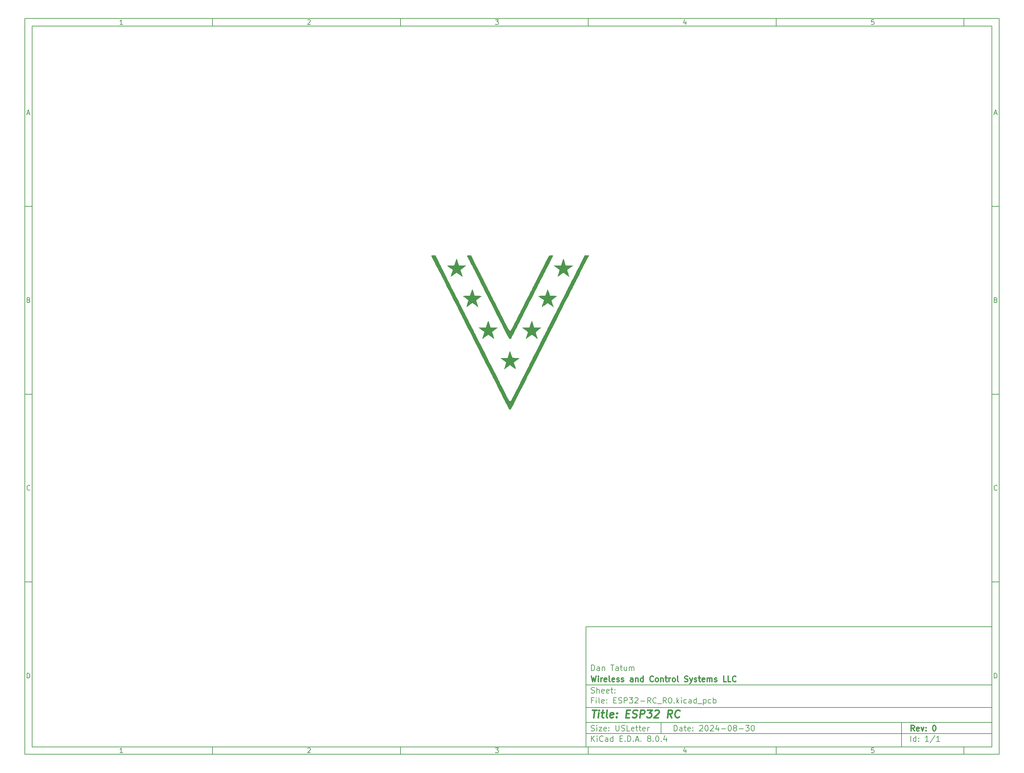
<source format=gbo>
%TF.GenerationSoftware,KiCad,Pcbnew,8.0.4*%
%TF.CreationDate,2024-09-05T11:58:49-04:00*%
%TF.ProjectId,ESP32-RC_R0,45535033-322d-4524-935f-52302e6b6963,0*%
%TF.SameCoordinates,PX6dbb4f0PY6d3f490*%
%TF.FileFunction,Legend,Bot*%
%TF.FilePolarity,Positive*%
%FSLAX46Y46*%
G04 Gerber Fmt 4.6, Leading zero omitted, Abs format (unit mm)*
G04 Created by KiCad (PCBNEW 8.0.4) date 2024-09-05 11:58:49*
%MOMM*%
%LPD*%
G01*
G04 APERTURE LIST*
%ADD10C,0.100000*%
%ADD11C,0.150000*%
%ADD12C,0.300000*%
%ADD13C,0.400000*%
%ADD14C,0.000000*%
G04 APERTURE END LIST*
D10*
D11*
X44338000Y-57346000D02*
X152338000Y-57346000D01*
X152338000Y-89346000D01*
X44338000Y-89346000D01*
X44338000Y-57346000D01*
D10*
D11*
X-105062000Y104554000D02*
X154338000Y104554000D01*
X154338000Y-91346000D01*
X-105062000Y-91346000D01*
X-105062000Y104554000D01*
D10*
D11*
X-103062000Y102554000D02*
X152338000Y102554000D01*
X152338000Y-89346000D01*
X-103062000Y-89346000D01*
X-103062000Y102554000D01*
D10*
D11*
X-55062000Y102554000D02*
X-55062000Y104554000D01*
D10*
D11*
X-5062000Y102554000D02*
X-5062000Y104554000D01*
D10*
D11*
X44938000Y102554000D02*
X44938000Y104554000D01*
D10*
D11*
X94938000Y102554000D02*
X94938000Y104554000D01*
D10*
D11*
X144938000Y102554000D02*
X144938000Y104554000D01*
D10*
D11*
X-78972840Y102960396D02*
X-79715697Y102960396D01*
X-79344269Y102960396D02*
X-79344269Y104260396D01*
X-79344269Y104260396D02*
X-79468078Y104074681D01*
X-79468078Y104074681D02*
X-79591888Y103950872D01*
X-79591888Y103950872D02*
X-79715697Y103888967D01*
D10*
D11*
X-29715697Y104136586D02*
X-29653793Y104198491D01*
X-29653793Y104198491D02*
X-29529983Y104260396D01*
X-29529983Y104260396D02*
X-29220459Y104260396D01*
X-29220459Y104260396D02*
X-29096650Y104198491D01*
X-29096650Y104198491D02*
X-29034745Y104136586D01*
X-29034745Y104136586D02*
X-28972840Y104012777D01*
X-28972840Y104012777D02*
X-28972840Y103888967D01*
X-28972840Y103888967D02*
X-29034745Y103703253D01*
X-29034745Y103703253D02*
X-29777602Y102960396D01*
X-29777602Y102960396D02*
X-28972840Y102960396D01*
D10*
D11*
X20222398Y104260396D02*
X21027160Y104260396D01*
X21027160Y104260396D02*
X20593826Y103765158D01*
X20593826Y103765158D02*
X20779541Y103765158D01*
X20779541Y103765158D02*
X20903350Y103703253D01*
X20903350Y103703253D02*
X20965255Y103641348D01*
X20965255Y103641348D02*
X21027160Y103517539D01*
X21027160Y103517539D02*
X21027160Y103208015D01*
X21027160Y103208015D02*
X20965255Y103084205D01*
X20965255Y103084205D02*
X20903350Y103022300D01*
X20903350Y103022300D02*
X20779541Y102960396D01*
X20779541Y102960396D02*
X20408112Y102960396D01*
X20408112Y102960396D02*
X20284303Y103022300D01*
X20284303Y103022300D02*
X20222398Y103084205D01*
D10*
D11*
X70903350Y103827062D02*
X70903350Y102960396D01*
X70593826Y104322300D02*
X70284303Y103393729D01*
X70284303Y103393729D02*
X71089064Y103393729D01*
D10*
D11*
X120965255Y104260396D02*
X120346207Y104260396D01*
X120346207Y104260396D02*
X120284303Y103641348D01*
X120284303Y103641348D02*
X120346207Y103703253D01*
X120346207Y103703253D02*
X120470017Y103765158D01*
X120470017Y103765158D02*
X120779541Y103765158D01*
X120779541Y103765158D02*
X120903350Y103703253D01*
X120903350Y103703253D02*
X120965255Y103641348D01*
X120965255Y103641348D02*
X121027160Y103517539D01*
X121027160Y103517539D02*
X121027160Y103208015D01*
X121027160Y103208015D02*
X120965255Y103084205D01*
X120965255Y103084205D02*
X120903350Y103022300D01*
X120903350Y103022300D02*
X120779541Y102960396D01*
X120779541Y102960396D02*
X120470017Y102960396D01*
X120470017Y102960396D02*
X120346207Y103022300D01*
X120346207Y103022300D02*
X120284303Y103084205D01*
D10*
D11*
X-55062000Y-89346000D02*
X-55062000Y-91346000D01*
D10*
D11*
X-5062000Y-89346000D02*
X-5062000Y-91346000D01*
D10*
D11*
X44938000Y-89346000D02*
X44938000Y-91346000D01*
D10*
D11*
X94938000Y-89346000D02*
X94938000Y-91346000D01*
D10*
D11*
X144938000Y-89346000D02*
X144938000Y-91346000D01*
D10*
D11*
X-78972840Y-90939604D02*
X-79715697Y-90939604D01*
X-79344269Y-90939604D02*
X-79344269Y-89639604D01*
X-79344269Y-89639604D02*
X-79468078Y-89825319D01*
X-79468078Y-89825319D02*
X-79591888Y-89949128D01*
X-79591888Y-89949128D02*
X-79715697Y-90011033D01*
D10*
D11*
X-29715697Y-89763414D02*
X-29653793Y-89701509D01*
X-29653793Y-89701509D02*
X-29529983Y-89639604D01*
X-29529983Y-89639604D02*
X-29220459Y-89639604D01*
X-29220459Y-89639604D02*
X-29096650Y-89701509D01*
X-29096650Y-89701509D02*
X-29034745Y-89763414D01*
X-29034745Y-89763414D02*
X-28972840Y-89887223D01*
X-28972840Y-89887223D02*
X-28972840Y-90011033D01*
X-28972840Y-90011033D02*
X-29034745Y-90196747D01*
X-29034745Y-90196747D02*
X-29777602Y-90939604D01*
X-29777602Y-90939604D02*
X-28972840Y-90939604D01*
D10*
D11*
X20222398Y-89639604D02*
X21027160Y-89639604D01*
X21027160Y-89639604D02*
X20593826Y-90134842D01*
X20593826Y-90134842D02*
X20779541Y-90134842D01*
X20779541Y-90134842D02*
X20903350Y-90196747D01*
X20903350Y-90196747D02*
X20965255Y-90258652D01*
X20965255Y-90258652D02*
X21027160Y-90382461D01*
X21027160Y-90382461D02*
X21027160Y-90691985D01*
X21027160Y-90691985D02*
X20965255Y-90815795D01*
X20965255Y-90815795D02*
X20903350Y-90877700D01*
X20903350Y-90877700D02*
X20779541Y-90939604D01*
X20779541Y-90939604D02*
X20408112Y-90939604D01*
X20408112Y-90939604D02*
X20284303Y-90877700D01*
X20284303Y-90877700D02*
X20222398Y-90815795D01*
D10*
D11*
X70903350Y-90072938D02*
X70903350Y-90939604D01*
X70593826Y-89577700D02*
X70284303Y-90506271D01*
X70284303Y-90506271D02*
X71089064Y-90506271D01*
D10*
D11*
X120965255Y-89639604D02*
X120346207Y-89639604D01*
X120346207Y-89639604D02*
X120284303Y-90258652D01*
X120284303Y-90258652D02*
X120346207Y-90196747D01*
X120346207Y-90196747D02*
X120470017Y-90134842D01*
X120470017Y-90134842D02*
X120779541Y-90134842D01*
X120779541Y-90134842D02*
X120903350Y-90196747D01*
X120903350Y-90196747D02*
X120965255Y-90258652D01*
X120965255Y-90258652D02*
X121027160Y-90382461D01*
X121027160Y-90382461D02*
X121027160Y-90691985D01*
X121027160Y-90691985D02*
X120965255Y-90815795D01*
X120965255Y-90815795D02*
X120903350Y-90877700D01*
X120903350Y-90877700D02*
X120779541Y-90939604D01*
X120779541Y-90939604D02*
X120470017Y-90939604D01*
X120470017Y-90939604D02*
X120346207Y-90877700D01*
X120346207Y-90877700D02*
X120284303Y-90815795D01*
D10*
D11*
X-105062000Y54554000D02*
X-103062000Y54554000D01*
D10*
D11*
X-105062000Y4554000D02*
X-103062000Y4554000D01*
D10*
D11*
X-105062000Y-45446000D02*
X-103062000Y-45446000D01*
D10*
D11*
X-104371524Y79331824D02*
X-103752477Y79331824D01*
X-104495334Y78960396D02*
X-104062001Y80260396D01*
X-104062001Y80260396D02*
X-103628667Y78960396D01*
D10*
D11*
X-103969143Y29641348D02*
X-103783429Y29579443D01*
X-103783429Y29579443D02*
X-103721524Y29517539D01*
X-103721524Y29517539D02*
X-103659620Y29393729D01*
X-103659620Y29393729D02*
X-103659620Y29208015D01*
X-103659620Y29208015D02*
X-103721524Y29084205D01*
X-103721524Y29084205D02*
X-103783429Y29022300D01*
X-103783429Y29022300D02*
X-103907239Y28960396D01*
X-103907239Y28960396D02*
X-104402477Y28960396D01*
X-104402477Y28960396D02*
X-104402477Y30260396D01*
X-104402477Y30260396D02*
X-103969143Y30260396D01*
X-103969143Y30260396D02*
X-103845334Y30198491D01*
X-103845334Y30198491D02*
X-103783429Y30136586D01*
X-103783429Y30136586D02*
X-103721524Y30012777D01*
X-103721524Y30012777D02*
X-103721524Y29888967D01*
X-103721524Y29888967D02*
X-103783429Y29765158D01*
X-103783429Y29765158D02*
X-103845334Y29703253D01*
X-103845334Y29703253D02*
X-103969143Y29641348D01*
X-103969143Y29641348D02*
X-104402477Y29641348D01*
D10*
D11*
X-103659620Y-20915795D02*
X-103721524Y-20977700D01*
X-103721524Y-20977700D02*
X-103907239Y-21039604D01*
X-103907239Y-21039604D02*
X-104031048Y-21039604D01*
X-104031048Y-21039604D02*
X-104216762Y-20977700D01*
X-104216762Y-20977700D02*
X-104340572Y-20853890D01*
X-104340572Y-20853890D02*
X-104402477Y-20730080D01*
X-104402477Y-20730080D02*
X-104464381Y-20482461D01*
X-104464381Y-20482461D02*
X-104464381Y-20296747D01*
X-104464381Y-20296747D02*
X-104402477Y-20049128D01*
X-104402477Y-20049128D02*
X-104340572Y-19925319D01*
X-104340572Y-19925319D02*
X-104216762Y-19801509D01*
X-104216762Y-19801509D02*
X-104031048Y-19739604D01*
X-104031048Y-19739604D02*
X-103907239Y-19739604D01*
X-103907239Y-19739604D02*
X-103721524Y-19801509D01*
X-103721524Y-19801509D02*
X-103659620Y-19863414D01*
D10*
D11*
X-104402477Y-71039604D02*
X-104402477Y-69739604D01*
X-104402477Y-69739604D02*
X-104092953Y-69739604D01*
X-104092953Y-69739604D02*
X-103907239Y-69801509D01*
X-103907239Y-69801509D02*
X-103783429Y-69925319D01*
X-103783429Y-69925319D02*
X-103721524Y-70049128D01*
X-103721524Y-70049128D02*
X-103659620Y-70296747D01*
X-103659620Y-70296747D02*
X-103659620Y-70482461D01*
X-103659620Y-70482461D02*
X-103721524Y-70730080D01*
X-103721524Y-70730080D02*
X-103783429Y-70853890D01*
X-103783429Y-70853890D02*
X-103907239Y-70977700D01*
X-103907239Y-70977700D02*
X-104092953Y-71039604D01*
X-104092953Y-71039604D02*
X-104402477Y-71039604D01*
D10*
D11*
X154338000Y54554000D02*
X152338000Y54554000D01*
D10*
D11*
X154338000Y4554000D02*
X152338000Y4554000D01*
D10*
D11*
X154338000Y-45446000D02*
X152338000Y-45446000D01*
D10*
D11*
X153028476Y79331824D02*
X153647523Y79331824D01*
X152904666Y78960396D02*
X153337999Y80260396D01*
X153337999Y80260396D02*
X153771333Y78960396D01*
D10*
D11*
X153430857Y29641348D02*
X153616571Y29579443D01*
X153616571Y29579443D02*
X153678476Y29517539D01*
X153678476Y29517539D02*
X153740380Y29393729D01*
X153740380Y29393729D02*
X153740380Y29208015D01*
X153740380Y29208015D02*
X153678476Y29084205D01*
X153678476Y29084205D02*
X153616571Y29022300D01*
X153616571Y29022300D02*
X153492761Y28960396D01*
X153492761Y28960396D02*
X152997523Y28960396D01*
X152997523Y28960396D02*
X152997523Y30260396D01*
X152997523Y30260396D02*
X153430857Y30260396D01*
X153430857Y30260396D02*
X153554666Y30198491D01*
X153554666Y30198491D02*
X153616571Y30136586D01*
X153616571Y30136586D02*
X153678476Y30012777D01*
X153678476Y30012777D02*
X153678476Y29888967D01*
X153678476Y29888967D02*
X153616571Y29765158D01*
X153616571Y29765158D02*
X153554666Y29703253D01*
X153554666Y29703253D02*
X153430857Y29641348D01*
X153430857Y29641348D02*
X152997523Y29641348D01*
D10*
D11*
X153740380Y-20915795D02*
X153678476Y-20977700D01*
X153678476Y-20977700D02*
X153492761Y-21039604D01*
X153492761Y-21039604D02*
X153368952Y-21039604D01*
X153368952Y-21039604D02*
X153183238Y-20977700D01*
X153183238Y-20977700D02*
X153059428Y-20853890D01*
X153059428Y-20853890D02*
X152997523Y-20730080D01*
X152997523Y-20730080D02*
X152935619Y-20482461D01*
X152935619Y-20482461D02*
X152935619Y-20296747D01*
X152935619Y-20296747D02*
X152997523Y-20049128D01*
X152997523Y-20049128D02*
X153059428Y-19925319D01*
X153059428Y-19925319D02*
X153183238Y-19801509D01*
X153183238Y-19801509D02*
X153368952Y-19739604D01*
X153368952Y-19739604D02*
X153492761Y-19739604D01*
X153492761Y-19739604D02*
X153678476Y-19801509D01*
X153678476Y-19801509D02*
X153740380Y-19863414D01*
D10*
D11*
X152997523Y-71039604D02*
X152997523Y-69739604D01*
X152997523Y-69739604D02*
X153307047Y-69739604D01*
X153307047Y-69739604D02*
X153492761Y-69801509D01*
X153492761Y-69801509D02*
X153616571Y-69925319D01*
X153616571Y-69925319D02*
X153678476Y-70049128D01*
X153678476Y-70049128D02*
X153740380Y-70296747D01*
X153740380Y-70296747D02*
X153740380Y-70482461D01*
X153740380Y-70482461D02*
X153678476Y-70730080D01*
X153678476Y-70730080D02*
X153616571Y-70853890D01*
X153616571Y-70853890D02*
X153492761Y-70977700D01*
X153492761Y-70977700D02*
X153307047Y-71039604D01*
X153307047Y-71039604D02*
X152997523Y-71039604D01*
D10*
D11*
X67793826Y-85132128D02*
X67793826Y-83632128D01*
X67793826Y-83632128D02*
X68150969Y-83632128D01*
X68150969Y-83632128D02*
X68365255Y-83703557D01*
X68365255Y-83703557D02*
X68508112Y-83846414D01*
X68508112Y-83846414D02*
X68579541Y-83989271D01*
X68579541Y-83989271D02*
X68650969Y-84274985D01*
X68650969Y-84274985D02*
X68650969Y-84489271D01*
X68650969Y-84489271D02*
X68579541Y-84774985D01*
X68579541Y-84774985D02*
X68508112Y-84917842D01*
X68508112Y-84917842D02*
X68365255Y-85060700D01*
X68365255Y-85060700D02*
X68150969Y-85132128D01*
X68150969Y-85132128D02*
X67793826Y-85132128D01*
X69936684Y-85132128D02*
X69936684Y-84346414D01*
X69936684Y-84346414D02*
X69865255Y-84203557D01*
X69865255Y-84203557D02*
X69722398Y-84132128D01*
X69722398Y-84132128D02*
X69436684Y-84132128D01*
X69436684Y-84132128D02*
X69293826Y-84203557D01*
X69936684Y-85060700D02*
X69793826Y-85132128D01*
X69793826Y-85132128D02*
X69436684Y-85132128D01*
X69436684Y-85132128D02*
X69293826Y-85060700D01*
X69293826Y-85060700D02*
X69222398Y-84917842D01*
X69222398Y-84917842D02*
X69222398Y-84774985D01*
X69222398Y-84774985D02*
X69293826Y-84632128D01*
X69293826Y-84632128D02*
X69436684Y-84560700D01*
X69436684Y-84560700D02*
X69793826Y-84560700D01*
X69793826Y-84560700D02*
X69936684Y-84489271D01*
X70436684Y-84132128D02*
X71008112Y-84132128D01*
X70650969Y-83632128D02*
X70650969Y-84917842D01*
X70650969Y-84917842D02*
X70722398Y-85060700D01*
X70722398Y-85060700D02*
X70865255Y-85132128D01*
X70865255Y-85132128D02*
X71008112Y-85132128D01*
X72079541Y-85060700D02*
X71936684Y-85132128D01*
X71936684Y-85132128D02*
X71650970Y-85132128D01*
X71650970Y-85132128D02*
X71508112Y-85060700D01*
X71508112Y-85060700D02*
X71436684Y-84917842D01*
X71436684Y-84917842D02*
X71436684Y-84346414D01*
X71436684Y-84346414D02*
X71508112Y-84203557D01*
X71508112Y-84203557D02*
X71650970Y-84132128D01*
X71650970Y-84132128D02*
X71936684Y-84132128D01*
X71936684Y-84132128D02*
X72079541Y-84203557D01*
X72079541Y-84203557D02*
X72150970Y-84346414D01*
X72150970Y-84346414D02*
X72150970Y-84489271D01*
X72150970Y-84489271D02*
X71436684Y-84632128D01*
X72793826Y-84989271D02*
X72865255Y-85060700D01*
X72865255Y-85060700D02*
X72793826Y-85132128D01*
X72793826Y-85132128D02*
X72722398Y-85060700D01*
X72722398Y-85060700D02*
X72793826Y-84989271D01*
X72793826Y-84989271D02*
X72793826Y-85132128D01*
X72793826Y-84203557D02*
X72865255Y-84274985D01*
X72865255Y-84274985D02*
X72793826Y-84346414D01*
X72793826Y-84346414D02*
X72722398Y-84274985D01*
X72722398Y-84274985D02*
X72793826Y-84203557D01*
X72793826Y-84203557D02*
X72793826Y-84346414D01*
X74579541Y-83774985D02*
X74650969Y-83703557D01*
X74650969Y-83703557D02*
X74793827Y-83632128D01*
X74793827Y-83632128D02*
X75150969Y-83632128D01*
X75150969Y-83632128D02*
X75293827Y-83703557D01*
X75293827Y-83703557D02*
X75365255Y-83774985D01*
X75365255Y-83774985D02*
X75436684Y-83917842D01*
X75436684Y-83917842D02*
X75436684Y-84060700D01*
X75436684Y-84060700D02*
X75365255Y-84274985D01*
X75365255Y-84274985D02*
X74508112Y-85132128D01*
X74508112Y-85132128D02*
X75436684Y-85132128D01*
X76365255Y-83632128D02*
X76508112Y-83632128D01*
X76508112Y-83632128D02*
X76650969Y-83703557D01*
X76650969Y-83703557D02*
X76722398Y-83774985D01*
X76722398Y-83774985D02*
X76793826Y-83917842D01*
X76793826Y-83917842D02*
X76865255Y-84203557D01*
X76865255Y-84203557D02*
X76865255Y-84560700D01*
X76865255Y-84560700D02*
X76793826Y-84846414D01*
X76793826Y-84846414D02*
X76722398Y-84989271D01*
X76722398Y-84989271D02*
X76650969Y-85060700D01*
X76650969Y-85060700D02*
X76508112Y-85132128D01*
X76508112Y-85132128D02*
X76365255Y-85132128D01*
X76365255Y-85132128D02*
X76222398Y-85060700D01*
X76222398Y-85060700D02*
X76150969Y-84989271D01*
X76150969Y-84989271D02*
X76079540Y-84846414D01*
X76079540Y-84846414D02*
X76008112Y-84560700D01*
X76008112Y-84560700D02*
X76008112Y-84203557D01*
X76008112Y-84203557D02*
X76079540Y-83917842D01*
X76079540Y-83917842D02*
X76150969Y-83774985D01*
X76150969Y-83774985D02*
X76222398Y-83703557D01*
X76222398Y-83703557D02*
X76365255Y-83632128D01*
X77436683Y-83774985D02*
X77508111Y-83703557D01*
X77508111Y-83703557D02*
X77650969Y-83632128D01*
X77650969Y-83632128D02*
X78008111Y-83632128D01*
X78008111Y-83632128D02*
X78150969Y-83703557D01*
X78150969Y-83703557D02*
X78222397Y-83774985D01*
X78222397Y-83774985D02*
X78293826Y-83917842D01*
X78293826Y-83917842D02*
X78293826Y-84060700D01*
X78293826Y-84060700D02*
X78222397Y-84274985D01*
X78222397Y-84274985D02*
X77365254Y-85132128D01*
X77365254Y-85132128D02*
X78293826Y-85132128D01*
X79579540Y-84132128D02*
X79579540Y-85132128D01*
X79222397Y-83560700D02*
X78865254Y-84632128D01*
X78865254Y-84632128D02*
X79793825Y-84632128D01*
X80365253Y-84560700D02*
X81508111Y-84560700D01*
X82508111Y-83632128D02*
X82650968Y-83632128D01*
X82650968Y-83632128D02*
X82793825Y-83703557D01*
X82793825Y-83703557D02*
X82865254Y-83774985D01*
X82865254Y-83774985D02*
X82936682Y-83917842D01*
X82936682Y-83917842D02*
X83008111Y-84203557D01*
X83008111Y-84203557D02*
X83008111Y-84560700D01*
X83008111Y-84560700D02*
X82936682Y-84846414D01*
X82936682Y-84846414D02*
X82865254Y-84989271D01*
X82865254Y-84989271D02*
X82793825Y-85060700D01*
X82793825Y-85060700D02*
X82650968Y-85132128D01*
X82650968Y-85132128D02*
X82508111Y-85132128D01*
X82508111Y-85132128D02*
X82365254Y-85060700D01*
X82365254Y-85060700D02*
X82293825Y-84989271D01*
X82293825Y-84989271D02*
X82222396Y-84846414D01*
X82222396Y-84846414D02*
X82150968Y-84560700D01*
X82150968Y-84560700D02*
X82150968Y-84203557D01*
X82150968Y-84203557D02*
X82222396Y-83917842D01*
X82222396Y-83917842D02*
X82293825Y-83774985D01*
X82293825Y-83774985D02*
X82365254Y-83703557D01*
X82365254Y-83703557D02*
X82508111Y-83632128D01*
X83865253Y-84274985D02*
X83722396Y-84203557D01*
X83722396Y-84203557D02*
X83650967Y-84132128D01*
X83650967Y-84132128D02*
X83579539Y-83989271D01*
X83579539Y-83989271D02*
X83579539Y-83917842D01*
X83579539Y-83917842D02*
X83650967Y-83774985D01*
X83650967Y-83774985D02*
X83722396Y-83703557D01*
X83722396Y-83703557D02*
X83865253Y-83632128D01*
X83865253Y-83632128D02*
X84150967Y-83632128D01*
X84150967Y-83632128D02*
X84293825Y-83703557D01*
X84293825Y-83703557D02*
X84365253Y-83774985D01*
X84365253Y-83774985D02*
X84436682Y-83917842D01*
X84436682Y-83917842D02*
X84436682Y-83989271D01*
X84436682Y-83989271D02*
X84365253Y-84132128D01*
X84365253Y-84132128D02*
X84293825Y-84203557D01*
X84293825Y-84203557D02*
X84150967Y-84274985D01*
X84150967Y-84274985D02*
X83865253Y-84274985D01*
X83865253Y-84274985D02*
X83722396Y-84346414D01*
X83722396Y-84346414D02*
X83650967Y-84417842D01*
X83650967Y-84417842D02*
X83579539Y-84560700D01*
X83579539Y-84560700D02*
X83579539Y-84846414D01*
X83579539Y-84846414D02*
X83650967Y-84989271D01*
X83650967Y-84989271D02*
X83722396Y-85060700D01*
X83722396Y-85060700D02*
X83865253Y-85132128D01*
X83865253Y-85132128D02*
X84150967Y-85132128D01*
X84150967Y-85132128D02*
X84293825Y-85060700D01*
X84293825Y-85060700D02*
X84365253Y-84989271D01*
X84365253Y-84989271D02*
X84436682Y-84846414D01*
X84436682Y-84846414D02*
X84436682Y-84560700D01*
X84436682Y-84560700D02*
X84365253Y-84417842D01*
X84365253Y-84417842D02*
X84293825Y-84346414D01*
X84293825Y-84346414D02*
X84150967Y-84274985D01*
X85079538Y-84560700D02*
X86222396Y-84560700D01*
X86793824Y-83632128D02*
X87722396Y-83632128D01*
X87722396Y-83632128D02*
X87222396Y-84203557D01*
X87222396Y-84203557D02*
X87436681Y-84203557D01*
X87436681Y-84203557D02*
X87579539Y-84274985D01*
X87579539Y-84274985D02*
X87650967Y-84346414D01*
X87650967Y-84346414D02*
X87722396Y-84489271D01*
X87722396Y-84489271D02*
X87722396Y-84846414D01*
X87722396Y-84846414D02*
X87650967Y-84989271D01*
X87650967Y-84989271D02*
X87579539Y-85060700D01*
X87579539Y-85060700D02*
X87436681Y-85132128D01*
X87436681Y-85132128D02*
X87008110Y-85132128D01*
X87008110Y-85132128D02*
X86865253Y-85060700D01*
X86865253Y-85060700D02*
X86793824Y-84989271D01*
X88650967Y-83632128D02*
X88793824Y-83632128D01*
X88793824Y-83632128D02*
X88936681Y-83703557D01*
X88936681Y-83703557D02*
X89008110Y-83774985D01*
X89008110Y-83774985D02*
X89079538Y-83917842D01*
X89079538Y-83917842D02*
X89150967Y-84203557D01*
X89150967Y-84203557D02*
X89150967Y-84560700D01*
X89150967Y-84560700D02*
X89079538Y-84846414D01*
X89079538Y-84846414D02*
X89008110Y-84989271D01*
X89008110Y-84989271D02*
X88936681Y-85060700D01*
X88936681Y-85060700D02*
X88793824Y-85132128D01*
X88793824Y-85132128D02*
X88650967Y-85132128D01*
X88650967Y-85132128D02*
X88508110Y-85060700D01*
X88508110Y-85060700D02*
X88436681Y-84989271D01*
X88436681Y-84989271D02*
X88365252Y-84846414D01*
X88365252Y-84846414D02*
X88293824Y-84560700D01*
X88293824Y-84560700D02*
X88293824Y-84203557D01*
X88293824Y-84203557D02*
X88365252Y-83917842D01*
X88365252Y-83917842D02*
X88436681Y-83774985D01*
X88436681Y-83774985D02*
X88508110Y-83703557D01*
X88508110Y-83703557D02*
X88650967Y-83632128D01*
D10*
D11*
X44338000Y-85846000D02*
X152338000Y-85846000D01*
D10*
D11*
X45793826Y-87932128D02*
X45793826Y-86432128D01*
X46650969Y-87932128D02*
X46008112Y-87074985D01*
X46650969Y-86432128D02*
X45793826Y-87289271D01*
X47293826Y-87932128D02*
X47293826Y-86932128D01*
X47293826Y-86432128D02*
X47222398Y-86503557D01*
X47222398Y-86503557D02*
X47293826Y-86574985D01*
X47293826Y-86574985D02*
X47365255Y-86503557D01*
X47365255Y-86503557D02*
X47293826Y-86432128D01*
X47293826Y-86432128D02*
X47293826Y-86574985D01*
X48865255Y-87789271D02*
X48793827Y-87860700D01*
X48793827Y-87860700D02*
X48579541Y-87932128D01*
X48579541Y-87932128D02*
X48436684Y-87932128D01*
X48436684Y-87932128D02*
X48222398Y-87860700D01*
X48222398Y-87860700D02*
X48079541Y-87717842D01*
X48079541Y-87717842D02*
X48008112Y-87574985D01*
X48008112Y-87574985D02*
X47936684Y-87289271D01*
X47936684Y-87289271D02*
X47936684Y-87074985D01*
X47936684Y-87074985D02*
X48008112Y-86789271D01*
X48008112Y-86789271D02*
X48079541Y-86646414D01*
X48079541Y-86646414D02*
X48222398Y-86503557D01*
X48222398Y-86503557D02*
X48436684Y-86432128D01*
X48436684Y-86432128D02*
X48579541Y-86432128D01*
X48579541Y-86432128D02*
X48793827Y-86503557D01*
X48793827Y-86503557D02*
X48865255Y-86574985D01*
X50150970Y-87932128D02*
X50150970Y-87146414D01*
X50150970Y-87146414D02*
X50079541Y-87003557D01*
X50079541Y-87003557D02*
X49936684Y-86932128D01*
X49936684Y-86932128D02*
X49650970Y-86932128D01*
X49650970Y-86932128D02*
X49508112Y-87003557D01*
X50150970Y-87860700D02*
X50008112Y-87932128D01*
X50008112Y-87932128D02*
X49650970Y-87932128D01*
X49650970Y-87932128D02*
X49508112Y-87860700D01*
X49508112Y-87860700D02*
X49436684Y-87717842D01*
X49436684Y-87717842D02*
X49436684Y-87574985D01*
X49436684Y-87574985D02*
X49508112Y-87432128D01*
X49508112Y-87432128D02*
X49650970Y-87360700D01*
X49650970Y-87360700D02*
X50008112Y-87360700D01*
X50008112Y-87360700D02*
X50150970Y-87289271D01*
X51508113Y-87932128D02*
X51508113Y-86432128D01*
X51508113Y-87860700D02*
X51365255Y-87932128D01*
X51365255Y-87932128D02*
X51079541Y-87932128D01*
X51079541Y-87932128D02*
X50936684Y-87860700D01*
X50936684Y-87860700D02*
X50865255Y-87789271D01*
X50865255Y-87789271D02*
X50793827Y-87646414D01*
X50793827Y-87646414D02*
X50793827Y-87217842D01*
X50793827Y-87217842D02*
X50865255Y-87074985D01*
X50865255Y-87074985D02*
X50936684Y-87003557D01*
X50936684Y-87003557D02*
X51079541Y-86932128D01*
X51079541Y-86932128D02*
X51365255Y-86932128D01*
X51365255Y-86932128D02*
X51508113Y-87003557D01*
X53365255Y-87146414D02*
X53865255Y-87146414D01*
X54079541Y-87932128D02*
X53365255Y-87932128D01*
X53365255Y-87932128D02*
X53365255Y-86432128D01*
X53365255Y-86432128D02*
X54079541Y-86432128D01*
X54722398Y-87789271D02*
X54793827Y-87860700D01*
X54793827Y-87860700D02*
X54722398Y-87932128D01*
X54722398Y-87932128D02*
X54650970Y-87860700D01*
X54650970Y-87860700D02*
X54722398Y-87789271D01*
X54722398Y-87789271D02*
X54722398Y-87932128D01*
X55436684Y-87932128D02*
X55436684Y-86432128D01*
X55436684Y-86432128D02*
X55793827Y-86432128D01*
X55793827Y-86432128D02*
X56008113Y-86503557D01*
X56008113Y-86503557D02*
X56150970Y-86646414D01*
X56150970Y-86646414D02*
X56222399Y-86789271D01*
X56222399Y-86789271D02*
X56293827Y-87074985D01*
X56293827Y-87074985D02*
X56293827Y-87289271D01*
X56293827Y-87289271D02*
X56222399Y-87574985D01*
X56222399Y-87574985D02*
X56150970Y-87717842D01*
X56150970Y-87717842D02*
X56008113Y-87860700D01*
X56008113Y-87860700D02*
X55793827Y-87932128D01*
X55793827Y-87932128D02*
X55436684Y-87932128D01*
X56936684Y-87789271D02*
X57008113Y-87860700D01*
X57008113Y-87860700D02*
X56936684Y-87932128D01*
X56936684Y-87932128D02*
X56865256Y-87860700D01*
X56865256Y-87860700D02*
X56936684Y-87789271D01*
X56936684Y-87789271D02*
X56936684Y-87932128D01*
X57579542Y-87503557D02*
X58293828Y-87503557D01*
X57436685Y-87932128D02*
X57936685Y-86432128D01*
X57936685Y-86432128D02*
X58436685Y-87932128D01*
X58936684Y-87789271D02*
X59008113Y-87860700D01*
X59008113Y-87860700D02*
X58936684Y-87932128D01*
X58936684Y-87932128D02*
X58865256Y-87860700D01*
X58865256Y-87860700D02*
X58936684Y-87789271D01*
X58936684Y-87789271D02*
X58936684Y-87932128D01*
X61008113Y-87074985D02*
X60865256Y-87003557D01*
X60865256Y-87003557D02*
X60793827Y-86932128D01*
X60793827Y-86932128D02*
X60722399Y-86789271D01*
X60722399Y-86789271D02*
X60722399Y-86717842D01*
X60722399Y-86717842D02*
X60793827Y-86574985D01*
X60793827Y-86574985D02*
X60865256Y-86503557D01*
X60865256Y-86503557D02*
X61008113Y-86432128D01*
X61008113Y-86432128D02*
X61293827Y-86432128D01*
X61293827Y-86432128D02*
X61436685Y-86503557D01*
X61436685Y-86503557D02*
X61508113Y-86574985D01*
X61508113Y-86574985D02*
X61579542Y-86717842D01*
X61579542Y-86717842D02*
X61579542Y-86789271D01*
X61579542Y-86789271D02*
X61508113Y-86932128D01*
X61508113Y-86932128D02*
X61436685Y-87003557D01*
X61436685Y-87003557D02*
X61293827Y-87074985D01*
X61293827Y-87074985D02*
X61008113Y-87074985D01*
X61008113Y-87074985D02*
X60865256Y-87146414D01*
X60865256Y-87146414D02*
X60793827Y-87217842D01*
X60793827Y-87217842D02*
X60722399Y-87360700D01*
X60722399Y-87360700D02*
X60722399Y-87646414D01*
X60722399Y-87646414D02*
X60793827Y-87789271D01*
X60793827Y-87789271D02*
X60865256Y-87860700D01*
X60865256Y-87860700D02*
X61008113Y-87932128D01*
X61008113Y-87932128D02*
X61293827Y-87932128D01*
X61293827Y-87932128D02*
X61436685Y-87860700D01*
X61436685Y-87860700D02*
X61508113Y-87789271D01*
X61508113Y-87789271D02*
X61579542Y-87646414D01*
X61579542Y-87646414D02*
X61579542Y-87360700D01*
X61579542Y-87360700D02*
X61508113Y-87217842D01*
X61508113Y-87217842D02*
X61436685Y-87146414D01*
X61436685Y-87146414D02*
X61293827Y-87074985D01*
X62222398Y-87789271D02*
X62293827Y-87860700D01*
X62293827Y-87860700D02*
X62222398Y-87932128D01*
X62222398Y-87932128D02*
X62150970Y-87860700D01*
X62150970Y-87860700D02*
X62222398Y-87789271D01*
X62222398Y-87789271D02*
X62222398Y-87932128D01*
X63222399Y-86432128D02*
X63365256Y-86432128D01*
X63365256Y-86432128D02*
X63508113Y-86503557D01*
X63508113Y-86503557D02*
X63579542Y-86574985D01*
X63579542Y-86574985D02*
X63650970Y-86717842D01*
X63650970Y-86717842D02*
X63722399Y-87003557D01*
X63722399Y-87003557D02*
X63722399Y-87360700D01*
X63722399Y-87360700D02*
X63650970Y-87646414D01*
X63650970Y-87646414D02*
X63579542Y-87789271D01*
X63579542Y-87789271D02*
X63508113Y-87860700D01*
X63508113Y-87860700D02*
X63365256Y-87932128D01*
X63365256Y-87932128D02*
X63222399Y-87932128D01*
X63222399Y-87932128D02*
X63079542Y-87860700D01*
X63079542Y-87860700D02*
X63008113Y-87789271D01*
X63008113Y-87789271D02*
X62936684Y-87646414D01*
X62936684Y-87646414D02*
X62865256Y-87360700D01*
X62865256Y-87360700D02*
X62865256Y-87003557D01*
X62865256Y-87003557D02*
X62936684Y-86717842D01*
X62936684Y-86717842D02*
X63008113Y-86574985D01*
X63008113Y-86574985D02*
X63079542Y-86503557D01*
X63079542Y-86503557D02*
X63222399Y-86432128D01*
X64365255Y-87789271D02*
X64436684Y-87860700D01*
X64436684Y-87860700D02*
X64365255Y-87932128D01*
X64365255Y-87932128D02*
X64293827Y-87860700D01*
X64293827Y-87860700D02*
X64365255Y-87789271D01*
X64365255Y-87789271D02*
X64365255Y-87932128D01*
X65722399Y-86932128D02*
X65722399Y-87932128D01*
X65365256Y-86360700D02*
X65008113Y-87432128D01*
X65008113Y-87432128D02*
X65936684Y-87432128D01*
D10*
D11*
X44338000Y-82846000D02*
X152338000Y-82846000D01*
D10*
D12*
X131749653Y-85124328D02*
X131249653Y-84410042D01*
X130892510Y-85124328D02*
X130892510Y-83624328D01*
X130892510Y-83624328D02*
X131463939Y-83624328D01*
X131463939Y-83624328D02*
X131606796Y-83695757D01*
X131606796Y-83695757D02*
X131678225Y-83767185D01*
X131678225Y-83767185D02*
X131749653Y-83910042D01*
X131749653Y-83910042D02*
X131749653Y-84124328D01*
X131749653Y-84124328D02*
X131678225Y-84267185D01*
X131678225Y-84267185D02*
X131606796Y-84338614D01*
X131606796Y-84338614D02*
X131463939Y-84410042D01*
X131463939Y-84410042D02*
X130892510Y-84410042D01*
X132963939Y-85052900D02*
X132821082Y-85124328D01*
X132821082Y-85124328D02*
X132535368Y-85124328D01*
X132535368Y-85124328D02*
X132392510Y-85052900D01*
X132392510Y-85052900D02*
X132321082Y-84910042D01*
X132321082Y-84910042D02*
X132321082Y-84338614D01*
X132321082Y-84338614D02*
X132392510Y-84195757D01*
X132392510Y-84195757D02*
X132535368Y-84124328D01*
X132535368Y-84124328D02*
X132821082Y-84124328D01*
X132821082Y-84124328D02*
X132963939Y-84195757D01*
X132963939Y-84195757D02*
X133035368Y-84338614D01*
X133035368Y-84338614D02*
X133035368Y-84481471D01*
X133035368Y-84481471D02*
X132321082Y-84624328D01*
X133535367Y-84124328D02*
X133892510Y-85124328D01*
X133892510Y-85124328D02*
X134249653Y-84124328D01*
X134821081Y-84981471D02*
X134892510Y-85052900D01*
X134892510Y-85052900D02*
X134821081Y-85124328D01*
X134821081Y-85124328D02*
X134749653Y-85052900D01*
X134749653Y-85052900D02*
X134821081Y-84981471D01*
X134821081Y-84981471D02*
X134821081Y-85124328D01*
X134821081Y-84195757D02*
X134892510Y-84267185D01*
X134892510Y-84267185D02*
X134821081Y-84338614D01*
X134821081Y-84338614D02*
X134749653Y-84267185D01*
X134749653Y-84267185D02*
X134821081Y-84195757D01*
X134821081Y-84195757D02*
X134821081Y-84338614D01*
X136963939Y-83624328D02*
X137106796Y-83624328D01*
X137106796Y-83624328D02*
X137249653Y-83695757D01*
X137249653Y-83695757D02*
X137321082Y-83767185D01*
X137321082Y-83767185D02*
X137392510Y-83910042D01*
X137392510Y-83910042D02*
X137463939Y-84195757D01*
X137463939Y-84195757D02*
X137463939Y-84552900D01*
X137463939Y-84552900D02*
X137392510Y-84838614D01*
X137392510Y-84838614D02*
X137321082Y-84981471D01*
X137321082Y-84981471D02*
X137249653Y-85052900D01*
X137249653Y-85052900D02*
X137106796Y-85124328D01*
X137106796Y-85124328D02*
X136963939Y-85124328D01*
X136963939Y-85124328D02*
X136821082Y-85052900D01*
X136821082Y-85052900D02*
X136749653Y-84981471D01*
X136749653Y-84981471D02*
X136678224Y-84838614D01*
X136678224Y-84838614D02*
X136606796Y-84552900D01*
X136606796Y-84552900D02*
X136606796Y-84195757D01*
X136606796Y-84195757D02*
X136678224Y-83910042D01*
X136678224Y-83910042D02*
X136749653Y-83767185D01*
X136749653Y-83767185D02*
X136821082Y-83695757D01*
X136821082Y-83695757D02*
X136963939Y-83624328D01*
D10*
D11*
X45722398Y-85060700D02*
X45936684Y-85132128D01*
X45936684Y-85132128D02*
X46293826Y-85132128D01*
X46293826Y-85132128D02*
X46436684Y-85060700D01*
X46436684Y-85060700D02*
X46508112Y-84989271D01*
X46508112Y-84989271D02*
X46579541Y-84846414D01*
X46579541Y-84846414D02*
X46579541Y-84703557D01*
X46579541Y-84703557D02*
X46508112Y-84560700D01*
X46508112Y-84560700D02*
X46436684Y-84489271D01*
X46436684Y-84489271D02*
X46293826Y-84417842D01*
X46293826Y-84417842D02*
X46008112Y-84346414D01*
X46008112Y-84346414D02*
X45865255Y-84274985D01*
X45865255Y-84274985D02*
X45793826Y-84203557D01*
X45793826Y-84203557D02*
X45722398Y-84060700D01*
X45722398Y-84060700D02*
X45722398Y-83917842D01*
X45722398Y-83917842D02*
X45793826Y-83774985D01*
X45793826Y-83774985D02*
X45865255Y-83703557D01*
X45865255Y-83703557D02*
X46008112Y-83632128D01*
X46008112Y-83632128D02*
X46365255Y-83632128D01*
X46365255Y-83632128D02*
X46579541Y-83703557D01*
X47222397Y-85132128D02*
X47222397Y-84132128D01*
X47222397Y-83632128D02*
X47150969Y-83703557D01*
X47150969Y-83703557D02*
X47222397Y-83774985D01*
X47222397Y-83774985D02*
X47293826Y-83703557D01*
X47293826Y-83703557D02*
X47222397Y-83632128D01*
X47222397Y-83632128D02*
X47222397Y-83774985D01*
X47793826Y-84132128D02*
X48579541Y-84132128D01*
X48579541Y-84132128D02*
X47793826Y-85132128D01*
X47793826Y-85132128D02*
X48579541Y-85132128D01*
X49722398Y-85060700D02*
X49579541Y-85132128D01*
X49579541Y-85132128D02*
X49293827Y-85132128D01*
X49293827Y-85132128D02*
X49150969Y-85060700D01*
X49150969Y-85060700D02*
X49079541Y-84917842D01*
X49079541Y-84917842D02*
X49079541Y-84346414D01*
X49079541Y-84346414D02*
X49150969Y-84203557D01*
X49150969Y-84203557D02*
X49293827Y-84132128D01*
X49293827Y-84132128D02*
X49579541Y-84132128D01*
X49579541Y-84132128D02*
X49722398Y-84203557D01*
X49722398Y-84203557D02*
X49793827Y-84346414D01*
X49793827Y-84346414D02*
X49793827Y-84489271D01*
X49793827Y-84489271D02*
X49079541Y-84632128D01*
X50436683Y-84989271D02*
X50508112Y-85060700D01*
X50508112Y-85060700D02*
X50436683Y-85132128D01*
X50436683Y-85132128D02*
X50365255Y-85060700D01*
X50365255Y-85060700D02*
X50436683Y-84989271D01*
X50436683Y-84989271D02*
X50436683Y-85132128D01*
X50436683Y-84203557D02*
X50508112Y-84274985D01*
X50508112Y-84274985D02*
X50436683Y-84346414D01*
X50436683Y-84346414D02*
X50365255Y-84274985D01*
X50365255Y-84274985D02*
X50436683Y-84203557D01*
X50436683Y-84203557D02*
X50436683Y-84346414D01*
X52293826Y-83632128D02*
X52293826Y-84846414D01*
X52293826Y-84846414D02*
X52365255Y-84989271D01*
X52365255Y-84989271D02*
X52436684Y-85060700D01*
X52436684Y-85060700D02*
X52579541Y-85132128D01*
X52579541Y-85132128D02*
X52865255Y-85132128D01*
X52865255Y-85132128D02*
X53008112Y-85060700D01*
X53008112Y-85060700D02*
X53079541Y-84989271D01*
X53079541Y-84989271D02*
X53150969Y-84846414D01*
X53150969Y-84846414D02*
X53150969Y-83632128D01*
X53793827Y-85060700D02*
X54008113Y-85132128D01*
X54008113Y-85132128D02*
X54365255Y-85132128D01*
X54365255Y-85132128D02*
X54508113Y-85060700D01*
X54508113Y-85060700D02*
X54579541Y-84989271D01*
X54579541Y-84989271D02*
X54650970Y-84846414D01*
X54650970Y-84846414D02*
X54650970Y-84703557D01*
X54650970Y-84703557D02*
X54579541Y-84560700D01*
X54579541Y-84560700D02*
X54508113Y-84489271D01*
X54508113Y-84489271D02*
X54365255Y-84417842D01*
X54365255Y-84417842D02*
X54079541Y-84346414D01*
X54079541Y-84346414D02*
X53936684Y-84274985D01*
X53936684Y-84274985D02*
X53865255Y-84203557D01*
X53865255Y-84203557D02*
X53793827Y-84060700D01*
X53793827Y-84060700D02*
X53793827Y-83917842D01*
X53793827Y-83917842D02*
X53865255Y-83774985D01*
X53865255Y-83774985D02*
X53936684Y-83703557D01*
X53936684Y-83703557D02*
X54079541Y-83632128D01*
X54079541Y-83632128D02*
X54436684Y-83632128D01*
X54436684Y-83632128D02*
X54650970Y-83703557D01*
X56008112Y-85132128D02*
X55293826Y-85132128D01*
X55293826Y-85132128D02*
X55293826Y-83632128D01*
X57079541Y-85060700D02*
X56936684Y-85132128D01*
X56936684Y-85132128D02*
X56650970Y-85132128D01*
X56650970Y-85132128D02*
X56508112Y-85060700D01*
X56508112Y-85060700D02*
X56436684Y-84917842D01*
X56436684Y-84917842D02*
X56436684Y-84346414D01*
X56436684Y-84346414D02*
X56508112Y-84203557D01*
X56508112Y-84203557D02*
X56650970Y-84132128D01*
X56650970Y-84132128D02*
X56936684Y-84132128D01*
X56936684Y-84132128D02*
X57079541Y-84203557D01*
X57079541Y-84203557D02*
X57150970Y-84346414D01*
X57150970Y-84346414D02*
X57150970Y-84489271D01*
X57150970Y-84489271D02*
X56436684Y-84632128D01*
X57579541Y-84132128D02*
X58150969Y-84132128D01*
X57793826Y-83632128D02*
X57793826Y-84917842D01*
X57793826Y-84917842D02*
X57865255Y-85060700D01*
X57865255Y-85060700D02*
X58008112Y-85132128D01*
X58008112Y-85132128D02*
X58150969Y-85132128D01*
X58436684Y-84132128D02*
X59008112Y-84132128D01*
X58650969Y-83632128D02*
X58650969Y-84917842D01*
X58650969Y-84917842D02*
X58722398Y-85060700D01*
X58722398Y-85060700D02*
X58865255Y-85132128D01*
X58865255Y-85132128D02*
X59008112Y-85132128D01*
X60079541Y-85060700D02*
X59936684Y-85132128D01*
X59936684Y-85132128D02*
X59650970Y-85132128D01*
X59650970Y-85132128D02*
X59508112Y-85060700D01*
X59508112Y-85060700D02*
X59436684Y-84917842D01*
X59436684Y-84917842D02*
X59436684Y-84346414D01*
X59436684Y-84346414D02*
X59508112Y-84203557D01*
X59508112Y-84203557D02*
X59650970Y-84132128D01*
X59650970Y-84132128D02*
X59936684Y-84132128D01*
X59936684Y-84132128D02*
X60079541Y-84203557D01*
X60079541Y-84203557D02*
X60150970Y-84346414D01*
X60150970Y-84346414D02*
X60150970Y-84489271D01*
X60150970Y-84489271D02*
X59436684Y-84632128D01*
X60793826Y-85132128D02*
X60793826Y-84132128D01*
X60793826Y-84417842D02*
X60865255Y-84274985D01*
X60865255Y-84274985D02*
X60936684Y-84203557D01*
X60936684Y-84203557D02*
X61079541Y-84132128D01*
X61079541Y-84132128D02*
X61222398Y-84132128D01*
D10*
D11*
X130793826Y-87932128D02*
X130793826Y-86432128D01*
X132150970Y-87932128D02*
X132150970Y-86432128D01*
X132150970Y-87860700D02*
X132008112Y-87932128D01*
X132008112Y-87932128D02*
X131722398Y-87932128D01*
X131722398Y-87932128D02*
X131579541Y-87860700D01*
X131579541Y-87860700D02*
X131508112Y-87789271D01*
X131508112Y-87789271D02*
X131436684Y-87646414D01*
X131436684Y-87646414D02*
X131436684Y-87217842D01*
X131436684Y-87217842D02*
X131508112Y-87074985D01*
X131508112Y-87074985D02*
X131579541Y-87003557D01*
X131579541Y-87003557D02*
X131722398Y-86932128D01*
X131722398Y-86932128D02*
X132008112Y-86932128D01*
X132008112Y-86932128D02*
X132150970Y-87003557D01*
X132865255Y-87789271D02*
X132936684Y-87860700D01*
X132936684Y-87860700D02*
X132865255Y-87932128D01*
X132865255Y-87932128D02*
X132793827Y-87860700D01*
X132793827Y-87860700D02*
X132865255Y-87789271D01*
X132865255Y-87789271D02*
X132865255Y-87932128D01*
X132865255Y-87003557D02*
X132936684Y-87074985D01*
X132936684Y-87074985D02*
X132865255Y-87146414D01*
X132865255Y-87146414D02*
X132793827Y-87074985D01*
X132793827Y-87074985D02*
X132865255Y-87003557D01*
X132865255Y-87003557D02*
X132865255Y-87146414D01*
X135508113Y-87932128D02*
X134650970Y-87932128D01*
X135079541Y-87932128D02*
X135079541Y-86432128D01*
X135079541Y-86432128D02*
X134936684Y-86646414D01*
X134936684Y-86646414D02*
X134793827Y-86789271D01*
X134793827Y-86789271D02*
X134650970Y-86860700D01*
X137222398Y-86360700D02*
X135936684Y-88289271D01*
X138508113Y-87932128D02*
X137650970Y-87932128D01*
X138079541Y-87932128D02*
X138079541Y-86432128D01*
X138079541Y-86432128D02*
X137936684Y-86646414D01*
X137936684Y-86646414D02*
X137793827Y-86789271D01*
X137793827Y-86789271D02*
X137650970Y-86860700D01*
D10*
D11*
X44338000Y-78846000D02*
X152338000Y-78846000D01*
D10*
D13*
X46029728Y-79550438D02*
X47172585Y-79550438D01*
X46351157Y-81550438D02*
X46601157Y-79550438D01*
X47589252Y-81550438D02*
X47755919Y-80217104D01*
X47839252Y-79550438D02*
X47732109Y-79645676D01*
X47732109Y-79645676D02*
X47815443Y-79740914D01*
X47815443Y-79740914D02*
X47922586Y-79645676D01*
X47922586Y-79645676D02*
X47839252Y-79550438D01*
X47839252Y-79550438D02*
X47815443Y-79740914D01*
X48422586Y-80217104D02*
X49184490Y-80217104D01*
X48791633Y-79550438D02*
X48577348Y-81264723D01*
X48577348Y-81264723D02*
X48648776Y-81455200D01*
X48648776Y-81455200D02*
X48827348Y-81550438D01*
X48827348Y-81550438D02*
X49017824Y-81550438D01*
X49970205Y-81550438D02*
X49791633Y-81455200D01*
X49791633Y-81455200D02*
X49720205Y-81264723D01*
X49720205Y-81264723D02*
X49934490Y-79550438D01*
X51505919Y-81455200D02*
X51303538Y-81550438D01*
X51303538Y-81550438D02*
X50922585Y-81550438D01*
X50922585Y-81550438D02*
X50744014Y-81455200D01*
X50744014Y-81455200D02*
X50672585Y-81264723D01*
X50672585Y-81264723D02*
X50767824Y-80502819D01*
X50767824Y-80502819D02*
X50886871Y-80312342D01*
X50886871Y-80312342D02*
X51089252Y-80217104D01*
X51089252Y-80217104D02*
X51470204Y-80217104D01*
X51470204Y-80217104D02*
X51648776Y-80312342D01*
X51648776Y-80312342D02*
X51720204Y-80502819D01*
X51720204Y-80502819D02*
X51696395Y-80693295D01*
X51696395Y-80693295D02*
X50720204Y-80883771D01*
X52470205Y-81359961D02*
X52553538Y-81455200D01*
X52553538Y-81455200D02*
X52446395Y-81550438D01*
X52446395Y-81550438D02*
X52363062Y-81455200D01*
X52363062Y-81455200D02*
X52470205Y-81359961D01*
X52470205Y-81359961D02*
X52446395Y-81550438D01*
X52601157Y-80312342D02*
X52684490Y-80407580D01*
X52684490Y-80407580D02*
X52577348Y-80502819D01*
X52577348Y-80502819D02*
X52494014Y-80407580D01*
X52494014Y-80407580D02*
X52601157Y-80312342D01*
X52601157Y-80312342D02*
X52577348Y-80502819D01*
X55053539Y-80502819D02*
X55720205Y-80502819D01*
X55874967Y-81550438D02*
X54922586Y-81550438D01*
X54922586Y-81550438D02*
X55172586Y-79550438D01*
X55172586Y-79550438D02*
X56124967Y-79550438D01*
X56648777Y-81455200D02*
X56922586Y-81550438D01*
X56922586Y-81550438D02*
X57398777Y-81550438D01*
X57398777Y-81550438D02*
X57601158Y-81455200D01*
X57601158Y-81455200D02*
X57708301Y-81359961D01*
X57708301Y-81359961D02*
X57827348Y-81169485D01*
X57827348Y-81169485D02*
X57851158Y-80979009D01*
X57851158Y-80979009D02*
X57779729Y-80788533D01*
X57779729Y-80788533D02*
X57696396Y-80693295D01*
X57696396Y-80693295D02*
X57517825Y-80598057D01*
X57517825Y-80598057D02*
X57148777Y-80502819D01*
X57148777Y-80502819D02*
X56970205Y-80407580D01*
X56970205Y-80407580D02*
X56886872Y-80312342D01*
X56886872Y-80312342D02*
X56815444Y-80121866D01*
X56815444Y-80121866D02*
X56839253Y-79931390D01*
X56839253Y-79931390D02*
X56958301Y-79740914D01*
X56958301Y-79740914D02*
X57065444Y-79645676D01*
X57065444Y-79645676D02*
X57267825Y-79550438D01*
X57267825Y-79550438D02*
X57744015Y-79550438D01*
X57744015Y-79550438D02*
X58017825Y-79645676D01*
X58636872Y-81550438D02*
X58886872Y-79550438D01*
X58886872Y-79550438D02*
X59648777Y-79550438D01*
X59648777Y-79550438D02*
X59827348Y-79645676D01*
X59827348Y-79645676D02*
X59910682Y-79740914D01*
X59910682Y-79740914D02*
X59982110Y-79931390D01*
X59982110Y-79931390D02*
X59946396Y-80217104D01*
X59946396Y-80217104D02*
X59827348Y-80407580D01*
X59827348Y-80407580D02*
X59720206Y-80502819D01*
X59720206Y-80502819D02*
X59517825Y-80598057D01*
X59517825Y-80598057D02*
X58755920Y-80598057D01*
X60696396Y-79550438D02*
X61934491Y-79550438D01*
X61934491Y-79550438D02*
X61172587Y-80312342D01*
X61172587Y-80312342D02*
X61458301Y-80312342D01*
X61458301Y-80312342D02*
X61636872Y-80407580D01*
X61636872Y-80407580D02*
X61720206Y-80502819D01*
X61720206Y-80502819D02*
X61791634Y-80693295D01*
X61791634Y-80693295D02*
X61732110Y-81169485D01*
X61732110Y-81169485D02*
X61613063Y-81359961D01*
X61613063Y-81359961D02*
X61505920Y-81455200D01*
X61505920Y-81455200D02*
X61303539Y-81550438D01*
X61303539Y-81550438D02*
X60732110Y-81550438D01*
X60732110Y-81550438D02*
X60553539Y-81455200D01*
X60553539Y-81455200D02*
X60470206Y-81359961D01*
X62672587Y-79740914D02*
X62779729Y-79645676D01*
X62779729Y-79645676D02*
X62982110Y-79550438D01*
X62982110Y-79550438D02*
X63458301Y-79550438D01*
X63458301Y-79550438D02*
X63636872Y-79645676D01*
X63636872Y-79645676D02*
X63720206Y-79740914D01*
X63720206Y-79740914D02*
X63791634Y-79931390D01*
X63791634Y-79931390D02*
X63767825Y-80121866D01*
X63767825Y-80121866D02*
X63636872Y-80407580D01*
X63636872Y-80407580D02*
X62351158Y-81550438D01*
X62351158Y-81550438D02*
X63589253Y-81550438D01*
X67113063Y-81550438D02*
X66565444Y-80598057D01*
X65970206Y-81550438D02*
X66220206Y-79550438D01*
X66220206Y-79550438D02*
X66982111Y-79550438D01*
X66982111Y-79550438D02*
X67160682Y-79645676D01*
X67160682Y-79645676D02*
X67244016Y-79740914D01*
X67244016Y-79740914D02*
X67315444Y-79931390D01*
X67315444Y-79931390D02*
X67279730Y-80217104D01*
X67279730Y-80217104D02*
X67160682Y-80407580D01*
X67160682Y-80407580D02*
X67053540Y-80502819D01*
X67053540Y-80502819D02*
X66851159Y-80598057D01*
X66851159Y-80598057D02*
X66089254Y-80598057D01*
X69136873Y-81359961D02*
X69029730Y-81455200D01*
X69029730Y-81455200D02*
X68732111Y-81550438D01*
X68732111Y-81550438D02*
X68541635Y-81550438D01*
X68541635Y-81550438D02*
X68267825Y-81455200D01*
X68267825Y-81455200D02*
X68101159Y-81264723D01*
X68101159Y-81264723D02*
X68029730Y-81074247D01*
X68029730Y-81074247D02*
X67982111Y-80693295D01*
X67982111Y-80693295D02*
X68017825Y-80407580D01*
X68017825Y-80407580D02*
X68160682Y-80026628D01*
X68160682Y-80026628D02*
X68279730Y-79836152D01*
X68279730Y-79836152D02*
X68494016Y-79645676D01*
X68494016Y-79645676D02*
X68791635Y-79550438D01*
X68791635Y-79550438D02*
X68982111Y-79550438D01*
X68982111Y-79550438D02*
X69255921Y-79645676D01*
X69255921Y-79645676D02*
X69339254Y-79740914D01*
D10*
D11*
X46293826Y-76946414D02*
X45793826Y-76946414D01*
X45793826Y-77732128D02*
X45793826Y-76232128D01*
X45793826Y-76232128D02*
X46508112Y-76232128D01*
X47079540Y-77732128D02*
X47079540Y-76732128D01*
X47079540Y-76232128D02*
X47008112Y-76303557D01*
X47008112Y-76303557D02*
X47079540Y-76374985D01*
X47079540Y-76374985D02*
X47150969Y-76303557D01*
X47150969Y-76303557D02*
X47079540Y-76232128D01*
X47079540Y-76232128D02*
X47079540Y-76374985D01*
X48008112Y-77732128D02*
X47865255Y-77660700D01*
X47865255Y-77660700D02*
X47793826Y-77517842D01*
X47793826Y-77517842D02*
X47793826Y-76232128D01*
X49150969Y-77660700D02*
X49008112Y-77732128D01*
X49008112Y-77732128D02*
X48722398Y-77732128D01*
X48722398Y-77732128D02*
X48579540Y-77660700D01*
X48579540Y-77660700D02*
X48508112Y-77517842D01*
X48508112Y-77517842D02*
X48508112Y-76946414D01*
X48508112Y-76946414D02*
X48579540Y-76803557D01*
X48579540Y-76803557D02*
X48722398Y-76732128D01*
X48722398Y-76732128D02*
X49008112Y-76732128D01*
X49008112Y-76732128D02*
X49150969Y-76803557D01*
X49150969Y-76803557D02*
X49222398Y-76946414D01*
X49222398Y-76946414D02*
X49222398Y-77089271D01*
X49222398Y-77089271D02*
X48508112Y-77232128D01*
X49865254Y-77589271D02*
X49936683Y-77660700D01*
X49936683Y-77660700D02*
X49865254Y-77732128D01*
X49865254Y-77732128D02*
X49793826Y-77660700D01*
X49793826Y-77660700D02*
X49865254Y-77589271D01*
X49865254Y-77589271D02*
X49865254Y-77732128D01*
X49865254Y-76803557D02*
X49936683Y-76874985D01*
X49936683Y-76874985D02*
X49865254Y-76946414D01*
X49865254Y-76946414D02*
X49793826Y-76874985D01*
X49793826Y-76874985D02*
X49865254Y-76803557D01*
X49865254Y-76803557D02*
X49865254Y-76946414D01*
X51722397Y-76946414D02*
X52222397Y-76946414D01*
X52436683Y-77732128D02*
X51722397Y-77732128D01*
X51722397Y-77732128D02*
X51722397Y-76232128D01*
X51722397Y-76232128D02*
X52436683Y-76232128D01*
X53008112Y-77660700D02*
X53222398Y-77732128D01*
X53222398Y-77732128D02*
X53579540Y-77732128D01*
X53579540Y-77732128D02*
X53722398Y-77660700D01*
X53722398Y-77660700D02*
X53793826Y-77589271D01*
X53793826Y-77589271D02*
X53865255Y-77446414D01*
X53865255Y-77446414D02*
X53865255Y-77303557D01*
X53865255Y-77303557D02*
X53793826Y-77160700D01*
X53793826Y-77160700D02*
X53722398Y-77089271D01*
X53722398Y-77089271D02*
X53579540Y-77017842D01*
X53579540Y-77017842D02*
X53293826Y-76946414D01*
X53293826Y-76946414D02*
X53150969Y-76874985D01*
X53150969Y-76874985D02*
X53079540Y-76803557D01*
X53079540Y-76803557D02*
X53008112Y-76660700D01*
X53008112Y-76660700D02*
X53008112Y-76517842D01*
X53008112Y-76517842D02*
X53079540Y-76374985D01*
X53079540Y-76374985D02*
X53150969Y-76303557D01*
X53150969Y-76303557D02*
X53293826Y-76232128D01*
X53293826Y-76232128D02*
X53650969Y-76232128D01*
X53650969Y-76232128D02*
X53865255Y-76303557D01*
X54508111Y-77732128D02*
X54508111Y-76232128D01*
X54508111Y-76232128D02*
X55079540Y-76232128D01*
X55079540Y-76232128D02*
X55222397Y-76303557D01*
X55222397Y-76303557D02*
X55293826Y-76374985D01*
X55293826Y-76374985D02*
X55365254Y-76517842D01*
X55365254Y-76517842D02*
X55365254Y-76732128D01*
X55365254Y-76732128D02*
X55293826Y-76874985D01*
X55293826Y-76874985D02*
X55222397Y-76946414D01*
X55222397Y-76946414D02*
X55079540Y-77017842D01*
X55079540Y-77017842D02*
X54508111Y-77017842D01*
X55865254Y-76232128D02*
X56793826Y-76232128D01*
X56793826Y-76232128D02*
X56293826Y-76803557D01*
X56293826Y-76803557D02*
X56508111Y-76803557D01*
X56508111Y-76803557D02*
X56650969Y-76874985D01*
X56650969Y-76874985D02*
X56722397Y-76946414D01*
X56722397Y-76946414D02*
X56793826Y-77089271D01*
X56793826Y-77089271D02*
X56793826Y-77446414D01*
X56793826Y-77446414D02*
X56722397Y-77589271D01*
X56722397Y-77589271D02*
X56650969Y-77660700D01*
X56650969Y-77660700D02*
X56508111Y-77732128D01*
X56508111Y-77732128D02*
X56079540Y-77732128D01*
X56079540Y-77732128D02*
X55936683Y-77660700D01*
X55936683Y-77660700D02*
X55865254Y-77589271D01*
X57365254Y-76374985D02*
X57436682Y-76303557D01*
X57436682Y-76303557D02*
X57579540Y-76232128D01*
X57579540Y-76232128D02*
X57936682Y-76232128D01*
X57936682Y-76232128D02*
X58079540Y-76303557D01*
X58079540Y-76303557D02*
X58150968Y-76374985D01*
X58150968Y-76374985D02*
X58222397Y-76517842D01*
X58222397Y-76517842D02*
X58222397Y-76660700D01*
X58222397Y-76660700D02*
X58150968Y-76874985D01*
X58150968Y-76874985D02*
X57293825Y-77732128D01*
X57293825Y-77732128D02*
X58222397Y-77732128D01*
X58865253Y-77160700D02*
X60008111Y-77160700D01*
X61579539Y-77732128D02*
X61079539Y-77017842D01*
X60722396Y-77732128D02*
X60722396Y-76232128D01*
X60722396Y-76232128D02*
X61293825Y-76232128D01*
X61293825Y-76232128D02*
X61436682Y-76303557D01*
X61436682Y-76303557D02*
X61508111Y-76374985D01*
X61508111Y-76374985D02*
X61579539Y-76517842D01*
X61579539Y-76517842D02*
X61579539Y-76732128D01*
X61579539Y-76732128D02*
X61508111Y-76874985D01*
X61508111Y-76874985D02*
X61436682Y-76946414D01*
X61436682Y-76946414D02*
X61293825Y-77017842D01*
X61293825Y-77017842D02*
X60722396Y-77017842D01*
X63079539Y-77589271D02*
X63008111Y-77660700D01*
X63008111Y-77660700D02*
X62793825Y-77732128D01*
X62793825Y-77732128D02*
X62650968Y-77732128D01*
X62650968Y-77732128D02*
X62436682Y-77660700D01*
X62436682Y-77660700D02*
X62293825Y-77517842D01*
X62293825Y-77517842D02*
X62222396Y-77374985D01*
X62222396Y-77374985D02*
X62150968Y-77089271D01*
X62150968Y-77089271D02*
X62150968Y-76874985D01*
X62150968Y-76874985D02*
X62222396Y-76589271D01*
X62222396Y-76589271D02*
X62293825Y-76446414D01*
X62293825Y-76446414D02*
X62436682Y-76303557D01*
X62436682Y-76303557D02*
X62650968Y-76232128D01*
X62650968Y-76232128D02*
X62793825Y-76232128D01*
X62793825Y-76232128D02*
X63008111Y-76303557D01*
X63008111Y-76303557D02*
X63079539Y-76374985D01*
X63365254Y-77874985D02*
X64508111Y-77874985D01*
X65722396Y-77732128D02*
X65222396Y-77017842D01*
X64865253Y-77732128D02*
X64865253Y-76232128D01*
X64865253Y-76232128D02*
X65436682Y-76232128D01*
X65436682Y-76232128D02*
X65579539Y-76303557D01*
X65579539Y-76303557D02*
X65650968Y-76374985D01*
X65650968Y-76374985D02*
X65722396Y-76517842D01*
X65722396Y-76517842D02*
X65722396Y-76732128D01*
X65722396Y-76732128D02*
X65650968Y-76874985D01*
X65650968Y-76874985D02*
X65579539Y-76946414D01*
X65579539Y-76946414D02*
X65436682Y-77017842D01*
X65436682Y-77017842D02*
X64865253Y-77017842D01*
X66650968Y-76232128D02*
X66793825Y-76232128D01*
X66793825Y-76232128D02*
X66936682Y-76303557D01*
X66936682Y-76303557D02*
X67008111Y-76374985D01*
X67008111Y-76374985D02*
X67079539Y-76517842D01*
X67079539Y-76517842D02*
X67150968Y-76803557D01*
X67150968Y-76803557D02*
X67150968Y-77160700D01*
X67150968Y-77160700D02*
X67079539Y-77446414D01*
X67079539Y-77446414D02*
X67008111Y-77589271D01*
X67008111Y-77589271D02*
X66936682Y-77660700D01*
X66936682Y-77660700D02*
X66793825Y-77732128D01*
X66793825Y-77732128D02*
X66650968Y-77732128D01*
X66650968Y-77732128D02*
X66508111Y-77660700D01*
X66508111Y-77660700D02*
X66436682Y-77589271D01*
X66436682Y-77589271D02*
X66365253Y-77446414D01*
X66365253Y-77446414D02*
X66293825Y-77160700D01*
X66293825Y-77160700D02*
X66293825Y-76803557D01*
X66293825Y-76803557D02*
X66365253Y-76517842D01*
X66365253Y-76517842D02*
X66436682Y-76374985D01*
X66436682Y-76374985D02*
X66508111Y-76303557D01*
X66508111Y-76303557D02*
X66650968Y-76232128D01*
X67793824Y-77589271D02*
X67865253Y-77660700D01*
X67865253Y-77660700D02*
X67793824Y-77732128D01*
X67793824Y-77732128D02*
X67722396Y-77660700D01*
X67722396Y-77660700D02*
X67793824Y-77589271D01*
X67793824Y-77589271D02*
X67793824Y-77732128D01*
X68508110Y-77732128D02*
X68508110Y-76232128D01*
X68650968Y-77160700D02*
X69079539Y-77732128D01*
X69079539Y-76732128D02*
X68508110Y-77303557D01*
X69722396Y-77732128D02*
X69722396Y-76732128D01*
X69722396Y-76232128D02*
X69650968Y-76303557D01*
X69650968Y-76303557D02*
X69722396Y-76374985D01*
X69722396Y-76374985D02*
X69793825Y-76303557D01*
X69793825Y-76303557D02*
X69722396Y-76232128D01*
X69722396Y-76232128D02*
X69722396Y-76374985D01*
X71079540Y-77660700D02*
X70936682Y-77732128D01*
X70936682Y-77732128D02*
X70650968Y-77732128D01*
X70650968Y-77732128D02*
X70508111Y-77660700D01*
X70508111Y-77660700D02*
X70436682Y-77589271D01*
X70436682Y-77589271D02*
X70365254Y-77446414D01*
X70365254Y-77446414D02*
X70365254Y-77017842D01*
X70365254Y-77017842D02*
X70436682Y-76874985D01*
X70436682Y-76874985D02*
X70508111Y-76803557D01*
X70508111Y-76803557D02*
X70650968Y-76732128D01*
X70650968Y-76732128D02*
X70936682Y-76732128D01*
X70936682Y-76732128D02*
X71079540Y-76803557D01*
X72365254Y-77732128D02*
X72365254Y-76946414D01*
X72365254Y-76946414D02*
X72293825Y-76803557D01*
X72293825Y-76803557D02*
X72150968Y-76732128D01*
X72150968Y-76732128D02*
X71865254Y-76732128D01*
X71865254Y-76732128D02*
X71722396Y-76803557D01*
X72365254Y-77660700D02*
X72222396Y-77732128D01*
X72222396Y-77732128D02*
X71865254Y-77732128D01*
X71865254Y-77732128D02*
X71722396Y-77660700D01*
X71722396Y-77660700D02*
X71650968Y-77517842D01*
X71650968Y-77517842D02*
X71650968Y-77374985D01*
X71650968Y-77374985D02*
X71722396Y-77232128D01*
X71722396Y-77232128D02*
X71865254Y-77160700D01*
X71865254Y-77160700D02*
X72222396Y-77160700D01*
X72222396Y-77160700D02*
X72365254Y-77089271D01*
X73722397Y-77732128D02*
X73722397Y-76232128D01*
X73722397Y-77660700D02*
X73579539Y-77732128D01*
X73579539Y-77732128D02*
X73293825Y-77732128D01*
X73293825Y-77732128D02*
X73150968Y-77660700D01*
X73150968Y-77660700D02*
X73079539Y-77589271D01*
X73079539Y-77589271D02*
X73008111Y-77446414D01*
X73008111Y-77446414D02*
X73008111Y-77017842D01*
X73008111Y-77017842D02*
X73079539Y-76874985D01*
X73079539Y-76874985D02*
X73150968Y-76803557D01*
X73150968Y-76803557D02*
X73293825Y-76732128D01*
X73293825Y-76732128D02*
X73579539Y-76732128D01*
X73579539Y-76732128D02*
X73722397Y-76803557D01*
X74079540Y-77874985D02*
X75222397Y-77874985D01*
X75579539Y-76732128D02*
X75579539Y-78232128D01*
X75579539Y-76803557D02*
X75722397Y-76732128D01*
X75722397Y-76732128D02*
X76008111Y-76732128D01*
X76008111Y-76732128D02*
X76150968Y-76803557D01*
X76150968Y-76803557D02*
X76222397Y-76874985D01*
X76222397Y-76874985D02*
X76293825Y-77017842D01*
X76293825Y-77017842D02*
X76293825Y-77446414D01*
X76293825Y-77446414D02*
X76222397Y-77589271D01*
X76222397Y-77589271D02*
X76150968Y-77660700D01*
X76150968Y-77660700D02*
X76008111Y-77732128D01*
X76008111Y-77732128D02*
X75722397Y-77732128D01*
X75722397Y-77732128D02*
X75579539Y-77660700D01*
X77579540Y-77660700D02*
X77436682Y-77732128D01*
X77436682Y-77732128D02*
X77150968Y-77732128D01*
X77150968Y-77732128D02*
X77008111Y-77660700D01*
X77008111Y-77660700D02*
X76936682Y-77589271D01*
X76936682Y-77589271D02*
X76865254Y-77446414D01*
X76865254Y-77446414D02*
X76865254Y-77017842D01*
X76865254Y-77017842D02*
X76936682Y-76874985D01*
X76936682Y-76874985D02*
X77008111Y-76803557D01*
X77008111Y-76803557D02*
X77150968Y-76732128D01*
X77150968Y-76732128D02*
X77436682Y-76732128D01*
X77436682Y-76732128D02*
X77579540Y-76803557D01*
X78222396Y-77732128D02*
X78222396Y-76232128D01*
X78222396Y-76803557D02*
X78365254Y-76732128D01*
X78365254Y-76732128D02*
X78650968Y-76732128D01*
X78650968Y-76732128D02*
X78793825Y-76803557D01*
X78793825Y-76803557D02*
X78865254Y-76874985D01*
X78865254Y-76874985D02*
X78936682Y-77017842D01*
X78936682Y-77017842D02*
X78936682Y-77446414D01*
X78936682Y-77446414D02*
X78865254Y-77589271D01*
X78865254Y-77589271D02*
X78793825Y-77660700D01*
X78793825Y-77660700D02*
X78650968Y-77732128D01*
X78650968Y-77732128D02*
X78365254Y-77732128D01*
X78365254Y-77732128D02*
X78222396Y-77660700D01*
D10*
D11*
X44338000Y-72846000D02*
X152338000Y-72846000D01*
D10*
D11*
X45722398Y-74960700D02*
X45936684Y-75032128D01*
X45936684Y-75032128D02*
X46293826Y-75032128D01*
X46293826Y-75032128D02*
X46436684Y-74960700D01*
X46436684Y-74960700D02*
X46508112Y-74889271D01*
X46508112Y-74889271D02*
X46579541Y-74746414D01*
X46579541Y-74746414D02*
X46579541Y-74603557D01*
X46579541Y-74603557D02*
X46508112Y-74460700D01*
X46508112Y-74460700D02*
X46436684Y-74389271D01*
X46436684Y-74389271D02*
X46293826Y-74317842D01*
X46293826Y-74317842D02*
X46008112Y-74246414D01*
X46008112Y-74246414D02*
X45865255Y-74174985D01*
X45865255Y-74174985D02*
X45793826Y-74103557D01*
X45793826Y-74103557D02*
X45722398Y-73960700D01*
X45722398Y-73960700D02*
X45722398Y-73817842D01*
X45722398Y-73817842D02*
X45793826Y-73674985D01*
X45793826Y-73674985D02*
X45865255Y-73603557D01*
X45865255Y-73603557D02*
X46008112Y-73532128D01*
X46008112Y-73532128D02*
X46365255Y-73532128D01*
X46365255Y-73532128D02*
X46579541Y-73603557D01*
X47222397Y-75032128D02*
X47222397Y-73532128D01*
X47865255Y-75032128D02*
X47865255Y-74246414D01*
X47865255Y-74246414D02*
X47793826Y-74103557D01*
X47793826Y-74103557D02*
X47650969Y-74032128D01*
X47650969Y-74032128D02*
X47436683Y-74032128D01*
X47436683Y-74032128D02*
X47293826Y-74103557D01*
X47293826Y-74103557D02*
X47222397Y-74174985D01*
X49150969Y-74960700D02*
X49008112Y-75032128D01*
X49008112Y-75032128D02*
X48722398Y-75032128D01*
X48722398Y-75032128D02*
X48579540Y-74960700D01*
X48579540Y-74960700D02*
X48508112Y-74817842D01*
X48508112Y-74817842D02*
X48508112Y-74246414D01*
X48508112Y-74246414D02*
X48579540Y-74103557D01*
X48579540Y-74103557D02*
X48722398Y-74032128D01*
X48722398Y-74032128D02*
X49008112Y-74032128D01*
X49008112Y-74032128D02*
X49150969Y-74103557D01*
X49150969Y-74103557D02*
X49222398Y-74246414D01*
X49222398Y-74246414D02*
X49222398Y-74389271D01*
X49222398Y-74389271D02*
X48508112Y-74532128D01*
X50436683Y-74960700D02*
X50293826Y-75032128D01*
X50293826Y-75032128D02*
X50008112Y-75032128D01*
X50008112Y-75032128D02*
X49865254Y-74960700D01*
X49865254Y-74960700D02*
X49793826Y-74817842D01*
X49793826Y-74817842D02*
X49793826Y-74246414D01*
X49793826Y-74246414D02*
X49865254Y-74103557D01*
X49865254Y-74103557D02*
X50008112Y-74032128D01*
X50008112Y-74032128D02*
X50293826Y-74032128D01*
X50293826Y-74032128D02*
X50436683Y-74103557D01*
X50436683Y-74103557D02*
X50508112Y-74246414D01*
X50508112Y-74246414D02*
X50508112Y-74389271D01*
X50508112Y-74389271D02*
X49793826Y-74532128D01*
X50936683Y-74032128D02*
X51508111Y-74032128D01*
X51150968Y-73532128D02*
X51150968Y-74817842D01*
X51150968Y-74817842D02*
X51222397Y-74960700D01*
X51222397Y-74960700D02*
X51365254Y-75032128D01*
X51365254Y-75032128D02*
X51508111Y-75032128D01*
X52008111Y-74889271D02*
X52079540Y-74960700D01*
X52079540Y-74960700D02*
X52008111Y-75032128D01*
X52008111Y-75032128D02*
X51936683Y-74960700D01*
X51936683Y-74960700D02*
X52008111Y-74889271D01*
X52008111Y-74889271D02*
X52008111Y-75032128D01*
X52008111Y-74103557D02*
X52079540Y-74174985D01*
X52079540Y-74174985D02*
X52008111Y-74246414D01*
X52008111Y-74246414D02*
X51936683Y-74174985D01*
X51936683Y-74174985D02*
X52008111Y-74103557D01*
X52008111Y-74103557D02*
X52008111Y-74246414D01*
D10*
D12*
X45749653Y-70524328D02*
X46106796Y-72024328D01*
X46106796Y-72024328D02*
X46392510Y-70952900D01*
X46392510Y-70952900D02*
X46678225Y-72024328D01*
X46678225Y-72024328D02*
X47035368Y-70524328D01*
X47606796Y-72024328D02*
X47606796Y-71024328D01*
X47606796Y-70524328D02*
X47535368Y-70595757D01*
X47535368Y-70595757D02*
X47606796Y-70667185D01*
X47606796Y-70667185D02*
X47678225Y-70595757D01*
X47678225Y-70595757D02*
X47606796Y-70524328D01*
X47606796Y-70524328D02*
X47606796Y-70667185D01*
X48321082Y-72024328D02*
X48321082Y-71024328D01*
X48321082Y-71310042D02*
X48392511Y-71167185D01*
X48392511Y-71167185D02*
X48463940Y-71095757D01*
X48463940Y-71095757D02*
X48606797Y-71024328D01*
X48606797Y-71024328D02*
X48749654Y-71024328D01*
X49821082Y-71952900D02*
X49678225Y-72024328D01*
X49678225Y-72024328D02*
X49392511Y-72024328D01*
X49392511Y-72024328D02*
X49249653Y-71952900D01*
X49249653Y-71952900D02*
X49178225Y-71810042D01*
X49178225Y-71810042D02*
X49178225Y-71238614D01*
X49178225Y-71238614D02*
X49249653Y-71095757D01*
X49249653Y-71095757D02*
X49392511Y-71024328D01*
X49392511Y-71024328D02*
X49678225Y-71024328D01*
X49678225Y-71024328D02*
X49821082Y-71095757D01*
X49821082Y-71095757D02*
X49892511Y-71238614D01*
X49892511Y-71238614D02*
X49892511Y-71381471D01*
X49892511Y-71381471D02*
X49178225Y-71524328D01*
X50749653Y-72024328D02*
X50606796Y-71952900D01*
X50606796Y-71952900D02*
X50535367Y-71810042D01*
X50535367Y-71810042D02*
X50535367Y-70524328D01*
X51892510Y-71952900D02*
X51749653Y-72024328D01*
X51749653Y-72024328D02*
X51463939Y-72024328D01*
X51463939Y-72024328D02*
X51321081Y-71952900D01*
X51321081Y-71952900D02*
X51249653Y-71810042D01*
X51249653Y-71810042D02*
X51249653Y-71238614D01*
X51249653Y-71238614D02*
X51321081Y-71095757D01*
X51321081Y-71095757D02*
X51463939Y-71024328D01*
X51463939Y-71024328D02*
X51749653Y-71024328D01*
X51749653Y-71024328D02*
X51892510Y-71095757D01*
X51892510Y-71095757D02*
X51963939Y-71238614D01*
X51963939Y-71238614D02*
X51963939Y-71381471D01*
X51963939Y-71381471D02*
X51249653Y-71524328D01*
X52535367Y-71952900D02*
X52678224Y-72024328D01*
X52678224Y-72024328D02*
X52963938Y-72024328D01*
X52963938Y-72024328D02*
X53106795Y-71952900D01*
X53106795Y-71952900D02*
X53178224Y-71810042D01*
X53178224Y-71810042D02*
X53178224Y-71738614D01*
X53178224Y-71738614D02*
X53106795Y-71595757D01*
X53106795Y-71595757D02*
X52963938Y-71524328D01*
X52963938Y-71524328D02*
X52749653Y-71524328D01*
X52749653Y-71524328D02*
X52606795Y-71452900D01*
X52606795Y-71452900D02*
X52535367Y-71310042D01*
X52535367Y-71310042D02*
X52535367Y-71238614D01*
X52535367Y-71238614D02*
X52606795Y-71095757D01*
X52606795Y-71095757D02*
X52749653Y-71024328D01*
X52749653Y-71024328D02*
X52963938Y-71024328D01*
X52963938Y-71024328D02*
X53106795Y-71095757D01*
X53749653Y-71952900D02*
X53892510Y-72024328D01*
X53892510Y-72024328D02*
X54178224Y-72024328D01*
X54178224Y-72024328D02*
X54321081Y-71952900D01*
X54321081Y-71952900D02*
X54392510Y-71810042D01*
X54392510Y-71810042D02*
X54392510Y-71738614D01*
X54392510Y-71738614D02*
X54321081Y-71595757D01*
X54321081Y-71595757D02*
X54178224Y-71524328D01*
X54178224Y-71524328D02*
X53963939Y-71524328D01*
X53963939Y-71524328D02*
X53821081Y-71452900D01*
X53821081Y-71452900D02*
X53749653Y-71310042D01*
X53749653Y-71310042D02*
X53749653Y-71238614D01*
X53749653Y-71238614D02*
X53821081Y-71095757D01*
X53821081Y-71095757D02*
X53963939Y-71024328D01*
X53963939Y-71024328D02*
X54178224Y-71024328D01*
X54178224Y-71024328D02*
X54321081Y-71095757D01*
X56821082Y-72024328D02*
X56821082Y-71238614D01*
X56821082Y-71238614D02*
X56749653Y-71095757D01*
X56749653Y-71095757D02*
X56606796Y-71024328D01*
X56606796Y-71024328D02*
X56321082Y-71024328D01*
X56321082Y-71024328D02*
X56178224Y-71095757D01*
X56821082Y-71952900D02*
X56678224Y-72024328D01*
X56678224Y-72024328D02*
X56321082Y-72024328D01*
X56321082Y-72024328D02*
X56178224Y-71952900D01*
X56178224Y-71952900D02*
X56106796Y-71810042D01*
X56106796Y-71810042D02*
X56106796Y-71667185D01*
X56106796Y-71667185D02*
X56178224Y-71524328D01*
X56178224Y-71524328D02*
X56321082Y-71452900D01*
X56321082Y-71452900D02*
X56678224Y-71452900D01*
X56678224Y-71452900D02*
X56821082Y-71381471D01*
X57535367Y-71024328D02*
X57535367Y-72024328D01*
X57535367Y-71167185D02*
X57606796Y-71095757D01*
X57606796Y-71095757D02*
X57749653Y-71024328D01*
X57749653Y-71024328D02*
X57963939Y-71024328D01*
X57963939Y-71024328D02*
X58106796Y-71095757D01*
X58106796Y-71095757D02*
X58178225Y-71238614D01*
X58178225Y-71238614D02*
X58178225Y-72024328D01*
X59535368Y-72024328D02*
X59535368Y-70524328D01*
X59535368Y-71952900D02*
X59392510Y-72024328D01*
X59392510Y-72024328D02*
X59106796Y-72024328D01*
X59106796Y-72024328D02*
X58963939Y-71952900D01*
X58963939Y-71952900D02*
X58892510Y-71881471D01*
X58892510Y-71881471D02*
X58821082Y-71738614D01*
X58821082Y-71738614D02*
X58821082Y-71310042D01*
X58821082Y-71310042D02*
X58892510Y-71167185D01*
X58892510Y-71167185D02*
X58963939Y-71095757D01*
X58963939Y-71095757D02*
X59106796Y-71024328D01*
X59106796Y-71024328D02*
X59392510Y-71024328D01*
X59392510Y-71024328D02*
X59535368Y-71095757D01*
X62249653Y-71881471D02*
X62178225Y-71952900D01*
X62178225Y-71952900D02*
X61963939Y-72024328D01*
X61963939Y-72024328D02*
X61821082Y-72024328D01*
X61821082Y-72024328D02*
X61606796Y-71952900D01*
X61606796Y-71952900D02*
X61463939Y-71810042D01*
X61463939Y-71810042D02*
X61392510Y-71667185D01*
X61392510Y-71667185D02*
X61321082Y-71381471D01*
X61321082Y-71381471D02*
X61321082Y-71167185D01*
X61321082Y-71167185D02*
X61392510Y-70881471D01*
X61392510Y-70881471D02*
X61463939Y-70738614D01*
X61463939Y-70738614D02*
X61606796Y-70595757D01*
X61606796Y-70595757D02*
X61821082Y-70524328D01*
X61821082Y-70524328D02*
X61963939Y-70524328D01*
X61963939Y-70524328D02*
X62178225Y-70595757D01*
X62178225Y-70595757D02*
X62249653Y-70667185D01*
X63106796Y-72024328D02*
X62963939Y-71952900D01*
X62963939Y-71952900D02*
X62892510Y-71881471D01*
X62892510Y-71881471D02*
X62821082Y-71738614D01*
X62821082Y-71738614D02*
X62821082Y-71310042D01*
X62821082Y-71310042D02*
X62892510Y-71167185D01*
X62892510Y-71167185D02*
X62963939Y-71095757D01*
X62963939Y-71095757D02*
X63106796Y-71024328D01*
X63106796Y-71024328D02*
X63321082Y-71024328D01*
X63321082Y-71024328D02*
X63463939Y-71095757D01*
X63463939Y-71095757D02*
X63535368Y-71167185D01*
X63535368Y-71167185D02*
X63606796Y-71310042D01*
X63606796Y-71310042D02*
X63606796Y-71738614D01*
X63606796Y-71738614D02*
X63535368Y-71881471D01*
X63535368Y-71881471D02*
X63463939Y-71952900D01*
X63463939Y-71952900D02*
X63321082Y-72024328D01*
X63321082Y-72024328D02*
X63106796Y-72024328D01*
X64249653Y-71024328D02*
X64249653Y-72024328D01*
X64249653Y-71167185D02*
X64321082Y-71095757D01*
X64321082Y-71095757D02*
X64463939Y-71024328D01*
X64463939Y-71024328D02*
X64678225Y-71024328D01*
X64678225Y-71024328D02*
X64821082Y-71095757D01*
X64821082Y-71095757D02*
X64892511Y-71238614D01*
X64892511Y-71238614D02*
X64892511Y-72024328D01*
X65392511Y-71024328D02*
X65963939Y-71024328D01*
X65606796Y-70524328D02*
X65606796Y-71810042D01*
X65606796Y-71810042D02*
X65678225Y-71952900D01*
X65678225Y-71952900D02*
X65821082Y-72024328D01*
X65821082Y-72024328D02*
X65963939Y-72024328D01*
X66463939Y-72024328D02*
X66463939Y-71024328D01*
X66463939Y-71310042D02*
X66535368Y-71167185D01*
X66535368Y-71167185D02*
X66606797Y-71095757D01*
X66606797Y-71095757D02*
X66749654Y-71024328D01*
X66749654Y-71024328D02*
X66892511Y-71024328D01*
X67606796Y-72024328D02*
X67463939Y-71952900D01*
X67463939Y-71952900D02*
X67392510Y-71881471D01*
X67392510Y-71881471D02*
X67321082Y-71738614D01*
X67321082Y-71738614D02*
X67321082Y-71310042D01*
X67321082Y-71310042D02*
X67392510Y-71167185D01*
X67392510Y-71167185D02*
X67463939Y-71095757D01*
X67463939Y-71095757D02*
X67606796Y-71024328D01*
X67606796Y-71024328D02*
X67821082Y-71024328D01*
X67821082Y-71024328D02*
X67963939Y-71095757D01*
X67963939Y-71095757D02*
X68035368Y-71167185D01*
X68035368Y-71167185D02*
X68106796Y-71310042D01*
X68106796Y-71310042D02*
X68106796Y-71738614D01*
X68106796Y-71738614D02*
X68035368Y-71881471D01*
X68035368Y-71881471D02*
X67963939Y-71952900D01*
X67963939Y-71952900D02*
X67821082Y-72024328D01*
X67821082Y-72024328D02*
X67606796Y-72024328D01*
X68963939Y-72024328D02*
X68821082Y-71952900D01*
X68821082Y-71952900D02*
X68749653Y-71810042D01*
X68749653Y-71810042D02*
X68749653Y-70524328D01*
X70606796Y-71952900D02*
X70821082Y-72024328D01*
X70821082Y-72024328D02*
X71178224Y-72024328D01*
X71178224Y-72024328D02*
X71321082Y-71952900D01*
X71321082Y-71952900D02*
X71392510Y-71881471D01*
X71392510Y-71881471D02*
X71463939Y-71738614D01*
X71463939Y-71738614D02*
X71463939Y-71595757D01*
X71463939Y-71595757D02*
X71392510Y-71452900D01*
X71392510Y-71452900D02*
X71321082Y-71381471D01*
X71321082Y-71381471D02*
X71178224Y-71310042D01*
X71178224Y-71310042D02*
X70892510Y-71238614D01*
X70892510Y-71238614D02*
X70749653Y-71167185D01*
X70749653Y-71167185D02*
X70678224Y-71095757D01*
X70678224Y-71095757D02*
X70606796Y-70952900D01*
X70606796Y-70952900D02*
X70606796Y-70810042D01*
X70606796Y-70810042D02*
X70678224Y-70667185D01*
X70678224Y-70667185D02*
X70749653Y-70595757D01*
X70749653Y-70595757D02*
X70892510Y-70524328D01*
X70892510Y-70524328D02*
X71249653Y-70524328D01*
X71249653Y-70524328D02*
X71463939Y-70595757D01*
X71963938Y-71024328D02*
X72321081Y-72024328D01*
X72678224Y-71024328D02*
X72321081Y-72024328D01*
X72321081Y-72024328D02*
X72178224Y-72381471D01*
X72178224Y-72381471D02*
X72106795Y-72452900D01*
X72106795Y-72452900D02*
X71963938Y-72524328D01*
X73178224Y-71952900D02*
X73321081Y-72024328D01*
X73321081Y-72024328D02*
X73606795Y-72024328D01*
X73606795Y-72024328D02*
X73749652Y-71952900D01*
X73749652Y-71952900D02*
X73821081Y-71810042D01*
X73821081Y-71810042D02*
X73821081Y-71738614D01*
X73821081Y-71738614D02*
X73749652Y-71595757D01*
X73749652Y-71595757D02*
X73606795Y-71524328D01*
X73606795Y-71524328D02*
X73392510Y-71524328D01*
X73392510Y-71524328D02*
X73249652Y-71452900D01*
X73249652Y-71452900D02*
X73178224Y-71310042D01*
X73178224Y-71310042D02*
X73178224Y-71238614D01*
X73178224Y-71238614D02*
X73249652Y-71095757D01*
X73249652Y-71095757D02*
X73392510Y-71024328D01*
X73392510Y-71024328D02*
X73606795Y-71024328D01*
X73606795Y-71024328D02*
X73749652Y-71095757D01*
X74249653Y-71024328D02*
X74821081Y-71024328D01*
X74463938Y-70524328D02*
X74463938Y-71810042D01*
X74463938Y-71810042D02*
X74535367Y-71952900D01*
X74535367Y-71952900D02*
X74678224Y-72024328D01*
X74678224Y-72024328D02*
X74821081Y-72024328D01*
X75892510Y-71952900D02*
X75749653Y-72024328D01*
X75749653Y-72024328D02*
X75463939Y-72024328D01*
X75463939Y-72024328D02*
X75321081Y-71952900D01*
X75321081Y-71952900D02*
X75249653Y-71810042D01*
X75249653Y-71810042D02*
X75249653Y-71238614D01*
X75249653Y-71238614D02*
X75321081Y-71095757D01*
X75321081Y-71095757D02*
X75463939Y-71024328D01*
X75463939Y-71024328D02*
X75749653Y-71024328D01*
X75749653Y-71024328D02*
X75892510Y-71095757D01*
X75892510Y-71095757D02*
X75963939Y-71238614D01*
X75963939Y-71238614D02*
X75963939Y-71381471D01*
X75963939Y-71381471D02*
X75249653Y-71524328D01*
X76606795Y-72024328D02*
X76606795Y-71024328D01*
X76606795Y-71167185D02*
X76678224Y-71095757D01*
X76678224Y-71095757D02*
X76821081Y-71024328D01*
X76821081Y-71024328D02*
X77035367Y-71024328D01*
X77035367Y-71024328D02*
X77178224Y-71095757D01*
X77178224Y-71095757D02*
X77249653Y-71238614D01*
X77249653Y-71238614D02*
X77249653Y-72024328D01*
X77249653Y-71238614D02*
X77321081Y-71095757D01*
X77321081Y-71095757D02*
X77463938Y-71024328D01*
X77463938Y-71024328D02*
X77678224Y-71024328D01*
X77678224Y-71024328D02*
X77821081Y-71095757D01*
X77821081Y-71095757D02*
X77892510Y-71238614D01*
X77892510Y-71238614D02*
X77892510Y-72024328D01*
X78535367Y-71952900D02*
X78678224Y-72024328D01*
X78678224Y-72024328D02*
X78963938Y-72024328D01*
X78963938Y-72024328D02*
X79106795Y-71952900D01*
X79106795Y-71952900D02*
X79178224Y-71810042D01*
X79178224Y-71810042D02*
X79178224Y-71738614D01*
X79178224Y-71738614D02*
X79106795Y-71595757D01*
X79106795Y-71595757D02*
X78963938Y-71524328D01*
X78963938Y-71524328D02*
X78749653Y-71524328D01*
X78749653Y-71524328D02*
X78606795Y-71452900D01*
X78606795Y-71452900D02*
X78535367Y-71310042D01*
X78535367Y-71310042D02*
X78535367Y-71238614D01*
X78535367Y-71238614D02*
X78606795Y-71095757D01*
X78606795Y-71095757D02*
X78749653Y-71024328D01*
X78749653Y-71024328D02*
X78963938Y-71024328D01*
X78963938Y-71024328D02*
X79106795Y-71095757D01*
X81678224Y-72024328D02*
X80963938Y-72024328D01*
X80963938Y-72024328D02*
X80963938Y-70524328D01*
X82892510Y-72024328D02*
X82178224Y-72024328D01*
X82178224Y-72024328D02*
X82178224Y-70524328D01*
X84249653Y-71881471D02*
X84178225Y-71952900D01*
X84178225Y-71952900D02*
X83963939Y-72024328D01*
X83963939Y-72024328D02*
X83821082Y-72024328D01*
X83821082Y-72024328D02*
X83606796Y-71952900D01*
X83606796Y-71952900D02*
X83463939Y-71810042D01*
X83463939Y-71810042D02*
X83392510Y-71667185D01*
X83392510Y-71667185D02*
X83321082Y-71381471D01*
X83321082Y-71381471D02*
X83321082Y-71167185D01*
X83321082Y-71167185D02*
X83392510Y-70881471D01*
X83392510Y-70881471D02*
X83463939Y-70738614D01*
X83463939Y-70738614D02*
X83606796Y-70595757D01*
X83606796Y-70595757D02*
X83821082Y-70524328D01*
X83821082Y-70524328D02*
X83963939Y-70524328D01*
X83963939Y-70524328D02*
X84178225Y-70595757D01*
X84178225Y-70595757D02*
X84249653Y-70667185D01*
D10*
D11*
X45793826Y-69032128D02*
X45793826Y-67532128D01*
X45793826Y-67532128D02*
X46150969Y-67532128D01*
X46150969Y-67532128D02*
X46365255Y-67603557D01*
X46365255Y-67603557D02*
X46508112Y-67746414D01*
X46508112Y-67746414D02*
X46579541Y-67889271D01*
X46579541Y-67889271D02*
X46650969Y-68174985D01*
X46650969Y-68174985D02*
X46650969Y-68389271D01*
X46650969Y-68389271D02*
X46579541Y-68674985D01*
X46579541Y-68674985D02*
X46508112Y-68817842D01*
X46508112Y-68817842D02*
X46365255Y-68960700D01*
X46365255Y-68960700D02*
X46150969Y-69032128D01*
X46150969Y-69032128D02*
X45793826Y-69032128D01*
X47936684Y-69032128D02*
X47936684Y-68246414D01*
X47936684Y-68246414D02*
X47865255Y-68103557D01*
X47865255Y-68103557D02*
X47722398Y-68032128D01*
X47722398Y-68032128D02*
X47436684Y-68032128D01*
X47436684Y-68032128D02*
X47293826Y-68103557D01*
X47936684Y-68960700D02*
X47793826Y-69032128D01*
X47793826Y-69032128D02*
X47436684Y-69032128D01*
X47436684Y-69032128D02*
X47293826Y-68960700D01*
X47293826Y-68960700D02*
X47222398Y-68817842D01*
X47222398Y-68817842D02*
X47222398Y-68674985D01*
X47222398Y-68674985D02*
X47293826Y-68532128D01*
X47293826Y-68532128D02*
X47436684Y-68460700D01*
X47436684Y-68460700D02*
X47793826Y-68460700D01*
X47793826Y-68460700D02*
X47936684Y-68389271D01*
X48650969Y-68032128D02*
X48650969Y-69032128D01*
X48650969Y-68174985D02*
X48722398Y-68103557D01*
X48722398Y-68103557D02*
X48865255Y-68032128D01*
X48865255Y-68032128D02*
X49079541Y-68032128D01*
X49079541Y-68032128D02*
X49222398Y-68103557D01*
X49222398Y-68103557D02*
X49293827Y-68246414D01*
X49293827Y-68246414D02*
X49293827Y-69032128D01*
X50936684Y-67532128D02*
X51793827Y-67532128D01*
X51365255Y-69032128D02*
X51365255Y-67532128D01*
X52936684Y-69032128D02*
X52936684Y-68246414D01*
X52936684Y-68246414D02*
X52865255Y-68103557D01*
X52865255Y-68103557D02*
X52722398Y-68032128D01*
X52722398Y-68032128D02*
X52436684Y-68032128D01*
X52436684Y-68032128D02*
X52293826Y-68103557D01*
X52936684Y-68960700D02*
X52793826Y-69032128D01*
X52793826Y-69032128D02*
X52436684Y-69032128D01*
X52436684Y-69032128D02*
X52293826Y-68960700D01*
X52293826Y-68960700D02*
X52222398Y-68817842D01*
X52222398Y-68817842D02*
X52222398Y-68674985D01*
X52222398Y-68674985D02*
X52293826Y-68532128D01*
X52293826Y-68532128D02*
X52436684Y-68460700D01*
X52436684Y-68460700D02*
X52793826Y-68460700D01*
X52793826Y-68460700D02*
X52936684Y-68389271D01*
X53436684Y-68032128D02*
X54008112Y-68032128D01*
X53650969Y-67532128D02*
X53650969Y-68817842D01*
X53650969Y-68817842D02*
X53722398Y-68960700D01*
X53722398Y-68960700D02*
X53865255Y-69032128D01*
X53865255Y-69032128D02*
X54008112Y-69032128D01*
X55150970Y-68032128D02*
X55150970Y-69032128D01*
X54508112Y-68032128D02*
X54508112Y-68817842D01*
X54508112Y-68817842D02*
X54579541Y-68960700D01*
X54579541Y-68960700D02*
X54722398Y-69032128D01*
X54722398Y-69032128D02*
X54936684Y-69032128D01*
X54936684Y-69032128D02*
X55079541Y-68960700D01*
X55079541Y-68960700D02*
X55150970Y-68889271D01*
X55865255Y-69032128D02*
X55865255Y-68032128D01*
X55865255Y-68174985D02*
X55936684Y-68103557D01*
X55936684Y-68103557D02*
X56079541Y-68032128D01*
X56079541Y-68032128D02*
X56293827Y-68032128D01*
X56293827Y-68032128D02*
X56436684Y-68103557D01*
X56436684Y-68103557D02*
X56508113Y-68246414D01*
X56508113Y-68246414D02*
X56508113Y-69032128D01*
X56508113Y-68246414D02*
X56579541Y-68103557D01*
X56579541Y-68103557D02*
X56722398Y-68032128D01*
X56722398Y-68032128D02*
X56936684Y-68032128D01*
X56936684Y-68032128D02*
X57079541Y-68103557D01*
X57079541Y-68103557D02*
X57150970Y-68246414D01*
X57150970Y-68246414D02*
X57150970Y-69032128D01*
D10*
D11*
X64338000Y-82846000D02*
X64338000Y-85846000D01*
D10*
D11*
X128338000Y-82846000D02*
X128338000Y-89346000D01*
D14*
%TO.C,G6*%
G36*
X18355620Y24074505D02*
G01*
X18402534Y23952933D01*
X18474221Y23752695D01*
X18563837Y23493066D01*
X18664539Y23193318D01*
X18956025Y22314681D01*
X19936737Y22285752D01*
X20917449Y22256822D01*
X20128985Y21683157D01*
X19340521Y21109492D01*
X19451932Y20786346D01*
X19492277Y20666932D01*
X19572889Y20421656D01*
X19665950Y20132955D01*
X19758400Y19841114D01*
X19826049Y19612862D01*
X19875394Y19418409D01*
X19897008Y19293740D01*
X19886489Y19258862D01*
X19857255Y19278397D01*
X19743325Y19358949D01*
X19564032Y19487968D01*
X19336986Y19652752D01*
X19079801Y19840602D01*
X18340080Y20382509D01*
X17546544Y19806243D01*
X17339581Y19656772D01*
X17103698Y19488689D01*
X16914610Y19356589D01*
X16787830Y19271278D01*
X16738870Y19243566D01*
X16744794Y19276485D01*
X16779981Y19403354D01*
X16841313Y19608202D01*
X16923265Y19872669D01*
X17020308Y20178400D01*
X17315883Y21099647D01*
X17150163Y21230667D01*
X17139279Y21239204D01*
X17018458Y21330990D01*
X16830959Y21470626D01*
X16600300Y21640680D01*
X16350002Y21823720D01*
X15715562Y22285752D01*
X16707464Y22285752D01*
X17699366Y22285752D01*
X18005063Y23208887D01*
X18085001Y23446066D01*
X18179569Y23714956D01*
X18258244Y23925400D01*
X18314525Y24060158D01*
X18341907Y24101989D01*
X18355620Y24074505D01*
G37*
G36*
X29947720Y24051096D02*
G01*
X29993383Y23922003D01*
X30064486Y23715063D01*
X30153677Y23451774D01*
X30253598Y23153633D01*
X30533347Y22314681D01*
X31509968Y22285752D01*
X32486589Y22256822D01*
X31721962Y21693783D01*
X31543775Y21560488D01*
X31310668Y21378977D01*
X31124798Y21225545D01*
X31001807Y21113255D01*
X30957335Y21055168D01*
X30962546Y21025235D01*
X30997605Y20896360D01*
X31060230Y20690017D01*
X31144004Y20427060D01*
X31242509Y20128344D01*
X31299941Y19953561D01*
X31383168Y19685402D01*
X31443481Y19470918D01*
X31475816Y19328640D01*
X31475111Y19277096D01*
X31444148Y19291137D01*
X31330547Y19362371D01*
X31151905Y19483568D01*
X30925102Y19643185D01*
X30667018Y19829680D01*
X29911498Y20382265D01*
X29118129Y19806121D01*
X28911335Y19656667D01*
X28675715Y19488367D01*
X28487029Y19355897D01*
X28360756Y19270100D01*
X28312376Y19241814D01*
X28317313Y19268867D01*
X28350882Y19388878D01*
X28410761Y19587757D01*
X28491314Y19846905D01*
X28586905Y20147719D01*
X28650724Y20349959D01*
X28736181Y20633270D01*
X28801755Y20866528D01*
X28841933Y21029805D01*
X28851203Y21103174D01*
X28828058Y21129760D01*
X28724555Y21218693D01*
X28553524Y21353725D01*
X28331391Y21522007D01*
X28074581Y21710691D01*
X27320575Y22256822D01*
X28305934Y22285752D01*
X29291294Y22314681D01*
X29595603Y23240422D01*
X29668499Y23457329D01*
X29767850Y23735043D01*
X29849104Y23939665D01*
X29907152Y24058629D01*
X29936881Y24079374D01*
X29947720Y24051096D01*
G37*
G36*
X24143101Y16009493D02*
G01*
X24191232Y15889106D01*
X24262618Y15689521D01*
X24350806Y15428956D01*
X24449340Y15125629D01*
X24739750Y14214453D01*
X25722233Y14185524D01*
X26704715Y14156595D01*
X25939844Y13606936D01*
X25766705Y13480234D01*
X25531404Y13299798D01*
X25343441Y13145491D01*
X25218737Y13030578D01*
X25173216Y12968321D01*
X25177980Y12936378D01*
X25212362Y12803480D01*
X25274536Y12593635D01*
X25358095Y12328097D01*
X25456632Y12028116D01*
X25514111Y11853690D01*
X25598342Y11585400D01*
X25660364Y11370802D01*
X25694942Y11228443D01*
X25696844Y11176868D01*
X25665977Y11191702D01*
X25552859Y11263493D01*
X25374247Y11384619D01*
X25146820Y11543698D01*
X24887254Y11729349D01*
X24122626Y12281829D01*
X23562190Y11879433D01*
X23359688Y11733523D01*
X23118870Y11558785D01*
X22912615Y11407849D01*
X22770724Y11302440D01*
X22686769Y11240759D01*
X22574888Y11165755D01*
X22524672Y11142864D01*
X22528963Y11170253D01*
X22561853Y11290733D01*
X22621439Y11489927D01*
X22702085Y11749152D01*
X22798157Y12049723D01*
X22863062Y12251389D01*
X22952002Y12531504D01*
X23023093Y12760063D01*
X23070303Y12917587D01*
X23087602Y12984596D01*
X23065928Y13010950D01*
X22965821Y13098032D01*
X22798308Y13232127D01*
X22578881Y13400923D01*
X22323031Y13592113D01*
X21557520Y14156595D01*
X22522188Y14172443D01*
X23486856Y14188292D01*
X23790452Y15112648D01*
X23868680Y15347572D01*
X23963216Y15622172D01*
X24042061Y15840598D01*
X24098667Y15984844D01*
X24126489Y16036904D01*
X24143101Y16009493D01*
G37*
G36*
X34160088Y32525765D02*
G01*
X34210304Y32410945D01*
X34284397Y32216484D01*
X34375858Y31959626D01*
X34478180Y31657618D01*
X34783430Y30735833D01*
X35767401Y30720018D01*
X36751371Y30704203D01*
X35966198Y30137988D01*
X35770804Y29995764D01*
X35536104Y29820954D01*
X35349373Y29677148D01*
X35226084Y29576326D01*
X35181707Y29530471D01*
X35189191Y29498631D01*
X35226604Y29371213D01*
X35290073Y29165913D01*
X35373553Y28902181D01*
X35471001Y28599465D01*
X35536271Y28397596D01*
X35624988Y28120807D01*
X35695782Y27896977D01*
X35742656Y27745119D01*
X35759613Y27684250D01*
X35754667Y27681913D01*
X35689073Y27713851D01*
X35571572Y27790646D01*
X35490875Y27847974D01*
X35325816Y27966700D01*
X35116998Y28117827D01*
X34887351Y28284663D01*
X34659802Y28450516D01*
X34457280Y28598696D01*
X34302714Y28712510D01*
X34219031Y28775268D01*
X34211926Y28778361D01*
X34122200Y28751444D01*
X33948687Y28652561D01*
X33695216Y28484075D01*
X33365614Y28248350D01*
X33157104Y28098023D01*
X32925992Y27938123D01*
X32742389Y27818876D01*
X32621277Y27749929D01*
X32577636Y27740928D01*
X32583867Y27774927D01*
X32619349Y27907758D01*
X32680946Y28117922D01*
X32762595Y28384945D01*
X32858233Y28688354D01*
X33138575Y29565443D01*
X32785654Y29813390D01*
X32743824Y29842879D01*
X32511199Y30009103D01*
X32246348Y30201011D01*
X31998793Y30382769D01*
X31564852Y30704203D01*
X32543709Y30733132D01*
X33522565Y30762062D01*
X33816602Y31640381D01*
X33881233Y31831943D01*
X33976556Y32108670D01*
X34056350Y32333271D01*
X34113723Y32486484D01*
X34141784Y32549051D01*
X34160088Y32525765D01*
G37*
G36*
X14108353Y32554145D02*
G01*
X14155253Y32430401D01*
X14226434Y32228159D01*
X14315595Y31965423D01*
X14416433Y31660198D01*
X14718088Y30735783D01*
X15698134Y30719993D01*
X16678180Y30704203D01*
X15992359Y30201755D01*
X15895080Y30130473D01*
X15651333Y29951747D01*
X15441845Y29797974D01*
X15286316Y29683625D01*
X15204452Y29623167D01*
X15184438Y29606668D01*
X15157173Y29566270D01*
X15150200Y29502057D01*
X15166882Y29396872D01*
X15210582Y29233556D01*
X15284665Y28994951D01*
X15392493Y28663899D01*
X15455422Y28470942D01*
X15545589Y28188956D01*
X15617614Y27956792D01*
X15665342Y27794435D01*
X15682620Y27721869D01*
X15641096Y27722831D01*
X15531953Y27782069D01*
X15378861Y27886794D01*
X15300096Y27944767D01*
X15085112Y28102663D01*
X14834956Y28286075D01*
X14589065Y28466076D01*
X14103027Y28821530D01*
X13721183Y28551122D01*
X13708762Y28542317D01*
X13462772Y28365559D01*
X13185814Y28163201D01*
X12935499Y27977317D01*
X12853712Y27916574D01*
X12684892Y27796199D01*
X12563689Y27716899D01*
X12512131Y27693446D01*
X12511888Y27693948D01*
X12525043Y27756354D01*
X12566008Y27905338D01*
X12627975Y28118523D01*
X12704138Y28373535D01*
X12787688Y28648001D01*
X12871818Y28919545D01*
X12949721Y29165793D01*
X13014590Y29364369D01*
X13059616Y29492901D01*
X13038225Y29528729D01*
X12937689Y29624348D01*
X12768803Y29764478D01*
X12546443Y29936889D01*
X12285489Y30129347D01*
X11487859Y30704203D01*
X12473246Y30719979D01*
X13458633Y30735756D01*
X13764759Y31660184D01*
X13843602Y31896071D01*
X13937374Y32170359D01*
X14014420Y32388522D01*
X14068364Y32532596D01*
X14092831Y32584613D01*
X14108353Y32554145D01*
G37*
G36*
X38327286Y40625503D02*
G01*
X38377824Y40530260D01*
X38451892Y40346810D01*
X38544138Y40088733D01*
X38649211Y39769610D01*
X38945951Y38836075D01*
X39940643Y38820253D01*
X40935335Y38804431D01*
X40141096Y38234122D01*
X39937090Y38086866D01*
X39701926Y37914941D01*
X39514915Y37775667D01*
X39391434Y37680524D01*
X39346857Y37640995D01*
X39354725Y37611326D01*
X39392388Y37487620D01*
X39455806Y37285497D01*
X39539040Y37023836D01*
X39636150Y36721515D01*
X39702653Y36514506D01*
X39791184Y36235825D01*
X39861800Y36009731D01*
X39908540Y35855375D01*
X39925444Y35791910D01*
X39920375Y35787876D01*
X39854702Y35815833D01*
X39737403Y35890874D01*
X39657769Y35947476D01*
X39495051Y36064544D01*
X39287805Y36214509D01*
X39059089Y36380598D01*
X38831959Y36546035D01*
X38629471Y36694047D01*
X38474681Y36807858D01*
X38390647Y36870695D01*
X38363380Y36869449D01*
X38251419Y36816466D01*
X38069623Y36706110D01*
X37831784Y36546981D01*
X37551695Y36347678D01*
X37352831Y36205079D01*
X37119235Y36044976D01*
X36931673Y35925081D01*
X36805626Y35855179D01*
X36756572Y35845056D01*
X36759505Y35876813D01*
X36790999Y36006307D01*
X36850780Y36213008D01*
X36932853Y36476573D01*
X37031220Y36776663D01*
X37091194Y36959172D01*
X37176657Y37235008D01*
X37239864Y37459972D01*
X37275493Y37614613D01*
X37278224Y37679480D01*
X37259946Y37693728D01*
X37160750Y37766917D01*
X36993409Y37888443D01*
X36775500Y38045571D01*
X36524602Y38225562D01*
X36400449Y38314841D01*
X36164901Y38486743D01*
X35972048Y38630851D01*
X35839155Y38734163D01*
X35783489Y38783678D01*
X35809480Y38796667D01*
X35932030Y38811293D01*
X36137986Y38822918D01*
X36409262Y38830591D01*
X36727776Y38833360D01*
X37702768Y38833360D01*
X37984206Y39698009D01*
X38040701Y39870329D01*
X38135541Y40153852D01*
X38216674Y40389252D01*
X38276910Y40555833D01*
X38309057Y40632901D01*
X38327286Y40625503D01*
G37*
G36*
X9945065Y40560717D02*
G01*
X10017786Y40394566D01*
X10115679Y40127572D01*
X10236847Y39764399D01*
X10536323Y38836079D01*
X11524336Y38820255D01*
X12512348Y38804431D01*
X11826527Y38301983D01*
X11729615Y38230971D01*
X11485476Y38051976D01*
X11275346Y37897772D01*
X11119010Y37782882D01*
X11036254Y37721832D01*
X11009374Y37698949D01*
X10984613Y37656845D01*
X10979830Y37589242D01*
X10998216Y37479242D01*
X11042961Y37309945D01*
X11117258Y37064449D01*
X11224295Y36725856D01*
X11296125Y36499505D01*
X11383946Y36220157D01*
X11453872Y35994616D01*
X11500090Y35841675D01*
X11516788Y35780130D01*
X11507103Y35773939D01*
X11444465Y35808612D01*
X11419921Y35827486D01*
X11238424Y35962886D01*
X11016663Y36123154D01*
X10773793Y36295062D01*
X10528969Y36465380D01*
X10301345Y36620878D01*
X10110078Y36748327D01*
X9974320Y36834498D01*
X9913228Y36866162D01*
X9880480Y36852281D01*
X9763973Y36781551D01*
X9582547Y36661119D01*
X9353345Y36502468D01*
X9093514Y36317083D01*
X8913072Y36188665D01*
X8683008Y36031921D01*
X8499662Y35915472D01*
X8378392Y35848932D01*
X8334556Y35841917D01*
X8340382Y35874065D01*
X8376406Y36005035D01*
X8439847Y36213165D01*
X8524336Y36477813D01*
X8623504Y36778341D01*
X8682818Y36959199D01*
X8767542Y37233850D01*
X8829720Y37457246D01*
X8864127Y37610064D01*
X8865533Y37672984D01*
X8813854Y37708776D01*
X8639887Y37832454D01*
X8426136Y37987523D01*
X8191664Y38159789D01*
X7955534Y38335058D01*
X7736808Y38499138D01*
X7554550Y38637833D01*
X7427821Y38736951D01*
X7375686Y38782298D01*
X7397054Y38795057D01*
X7514550Y38810460D01*
X7718865Y38822580D01*
X7993283Y38830515D01*
X8321084Y38833360D01*
X9298040Y38833360D01*
X9570306Y39686777D01*
X9621772Y39846836D01*
X9715250Y40131010D01*
X9795948Y40368078D01*
X9856608Y40536930D01*
X9889971Y40616457D01*
X9899417Y40621360D01*
X9945065Y40560717D01*
G37*
G36*
X14985576Y39050330D02*
G01*
X15159901Y38705287D01*
X15431260Y38168756D01*
X15698681Y37640647D01*
X15954138Y37136779D01*
X16189604Y36672968D01*
X16397054Y36265033D01*
X16568460Y35928790D01*
X16695796Y35680057D01*
X16741388Y35591108D01*
X16872225Y35334623D01*
X17046690Y34991469D01*
X17259079Y34572916D01*
X17503687Y34090231D01*
X17774806Y33554683D01*
X18066732Y32977539D01*
X18373759Y32370067D01*
X18690181Y31743536D01*
X19010292Y31109214D01*
X19209619Y30714205D01*
X19514726Y30110072D01*
X19806328Y29533271D01*
X20079606Y28993303D01*
X20329740Y28499671D01*
X20551910Y28061876D01*
X20741299Y27689420D01*
X20893085Y27391804D01*
X21002449Y27178530D01*
X21064573Y27059100D01*
X21114077Y26964232D01*
X21219781Y26757948D01*
X21365931Y26470322D01*
X21546170Y26113951D01*
X21754139Y25701431D01*
X21983481Y25245360D01*
X22227839Y24758334D01*
X22480854Y24252950D01*
X22690275Y23835567D01*
X22930113Y23361041D01*
X23153640Y22922455D01*
X23355010Y22531100D01*
X23528376Y22198264D01*
X23667889Y21935238D01*
X23767702Y21753310D01*
X23821968Y21663770D01*
X23888746Y21588697D01*
X24055877Y21488331D01*
X24226550Y21482985D01*
X24373289Y21576982D01*
X24381185Y21588436D01*
X24437991Y21688655D01*
X24540617Y21880393D01*
X24684455Y22154708D01*
X24864898Y22502659D01*
X25077337Y22915307D01*
X25317166Y23383710D01*
X25579776Y23898927D01*
X25860560Y24452019D01*
X26154911Y25034043D01*
X26160196Y25044514D01*
X26472236Y25662416D01*
X26783887Y26279081D01*
X27088686Y26881747D01*
X27380168Y27457655D01*
X27651870Y27994042D01*
X27897327Y28478148D01*
X28110077Y28897212D01*
X28283654Y29238473D01*
X28411595Y29489169D01*
X28440136Y29544977D01*
X28578240Y29815804D01*
X28760662Y30174452D01*
X28981209Y30608706D01*
X29233688Y31106351D01*
X29511906Y31655170D01*
X29809669Y32242947D01*
X30120784Y32857466D01*
X30439057Y33486513D01*
X30758296Y34117870D01*
X30761387Y34123987D01*
X31096457Y34786749D01*
X31442592Y35471168D01*
X31791887Y36161626D01*
X32136437Y36842505D01*
X32468336Y37498187D01*
X32779678Y38113055D01*
X33062557Y38671491D01*
X33309070Y39157877D01*
X33511309Y39556595D01*
X34480329Y41465934D01*
X35033183Y41482494D01*
X35174720Y41485017D01*
X35387133Y41480978D01*
X35532287Y41467490D01*
X35586036Y41446141D01*
X35569822Y41402512D01*
X35507594Y41266548D01*
X35405349Y41053686D01*
X35270159Y40778437D01*
X35109101Y40455314D01*
X34929247Y40098830D01*
X34919986Y40080578D01*
X34757676Y39760506D01*
X34551951Y39354558D01*
X34311055Y38879014D01*
X34043232Y38350157D01*
X33756726Y37784267D01*
X33459781Y37197625D01*
X33160641Y36606513D01*
X32867551Y36027210D01*
X32571918Y35442983D01*
X32263575Y34833974D01*
X31953853Y34222546D01*
X31651682Y33626314D01*
X31365992Y33062893D01*
X31105713Y32549901D01*
X30879775Y32104951D01*
X30697108Y31745661D01*
X30609851Y31574082D01*
X30412300Y31185103D01*
X30174758Y30716864D01*
X29905132Y30184972D01*
X29611328Y29605034D01*
X29301251Y28992657D01*
X28982807Y28363447D01*
X28663902Y27733012D01*
X28352440Y27116959D01*
X27931987Y26285174D01*
X27438658Y25309546D01*
X26993045Y24428748D01*
X26592700Y23638004D01*
X26235175Y22932540D01*
X25918022Y22307581D01*
X25638793Y21758352D01*
X25395040Y21280078D01*
X25184316Y20867985D01*
X25004172Y20517297D01*
X24852159Y20223240D01*
X24725832Y19981039D01*
X24622740Y19785919D01*
X24540437Y19633106D01*
X24476474Y19517824D01*
X24428403Y19435299D01*
X24393777Y19380756D01*
X24370147Y19349419D01*
X24249840Y19253149D01*
X24081601Y19229347D01*
X23904180Y19320490D01*
X23897988Y19326229D01*
X23828349Y19421265D01*
X23719361Y19600112D01*
X23581021Y19845138D01*
X23423325Y20138712D01*
X23256271Y20463201D01*
X23095470Y20781967D01*
X22853988Y21260132D01*
X22566828Y21828280D01*
X22237671Y22479140D01*
X21870200Y23205444D01*
X21468095Y23999922D01*
X21035039Y24855304D01*
X20574711Y25764320D01*
X20090794Y26719701D01*
X19586970Y27714178D01*
X19066919Y28740480D01*
X18534323Y29791339D01*
X17992864Y30859483D01*
X17446222Y31937645D01*
X16898080Y33018554D01*
X16817840Y33176808D01*
X16584730Y33636888D01*
X16312119Y34175304D01*
X16009027Y34774225D01*
X15684474Y35415818D01*
X15347477Y36082251D01*
X15007059Y36755691D01*
X14672237Y37418307D01*
X14352031Y38052267D01*
X14347296Y38061644D01*
X14064546Y38620844D01*
X13796513Y39149553D01*
X13547862Y39638660D01*
X13323257Y40079059D01*
X13127361Y40461639D01*
X12964838Y40777292D01*
X12840352Y41016911D01*
X12758567Y41171385D01*
X12724147Y41231606D01*
X12699788Y41271466D01*
X12673964Y41390718D01*
X12678728Y41426075D01*
X12713228Y41462350D01*
X12799491Y41483159D01*
X12958821Y41492624D01*
X13212522Y41494863D01*
X13751081Y41494863D01*
X14985576Y39050330D01*
G37*
G36*
X43596037Y38442813D02*
G01*
X43488080Y38229512D01*
X43168648Y37598546D01*
X42840169Y36949937D01*
X42511397Y36300956D01*
X42191086Y35668876D01*
X41887990Y35070968D01*
X41610862Y34524505D01*
X41368455Y34046758D01*
X41169524Y33655000D01*
X41036800Y33393716D01*
X40648029Y32627810D01*
X40209497Y31763135D01*
X39722884Y30803010D01*
X39189874Y29750757D01*
X38612148Y28609697D01*
X37991388Y27383152D01*
X37329277Y26074443D01*
X36627496Y24686891D01*
X36503004Y24440740D01*
X36190163Y23822377D01*
X35859157Y23168360D01*
X35521713Y22501845D01*
X35189557Y21845986D01*
X34874416Y21223940D01*
X34588015Y20658862D01*
X34342081Y20173907D01*
X34266917Y20025734D01*
X34003672Y19506576D01*
X33704176Y18915662D01*
X33380500Y18276822D01*
X33044714Y17613884D01*
X32708889Y16950679D01*
X32385095Y16311035D01*
X32085402Y15718781D01*
X31992122Y15534411D01*
X31683352Y14924275D01*
X31354388Y14274434D01*
X31017297Y13608716D01*
X30684148Y12950951D01*
X30367010Y12324967D01*
X30077950Y11754592D01*
X29829037Y11263656D01*
X29684218Y10978042D01*
X29417086Y10450934D01*
X29115805Y9856181D01*
X28791473Y9215703D01*
X28455189Y8551420D01*
X28118050Y7885254D01*
X27791155Y7239126D01*
X27485602Y6634955D01*
X27371732Y6409764D01*
X26913210Y5503337D01*
X26503297Y4693697D01*
X26139239Y3975504D01*
X25818278Y3343413D01*
X25537658Y2792083D01*
X25294623Y2316172D01*
X25086418Y1910337D01*
X24910285Y1569235D01*
X24763469Y1287526D01*
X24643213Y1059865D01*
X24546762Y880911D01*
X24471359Y745322D01*
X24414247Y647755D01*
X24372672Y582869D01*
X24343876Y545319D01*
X24232150Y455778D01*
X24115536Y415137D01*
X24008918Y450608D01*
X23890521Y545319D01*
X23862350Y587151D01*
X23781032Y728422D01*
X23657742Y954344D01*
X23498392Y1253695D01*
X23308890Y1615251D01*
X23095146Y2027789D01*
X22863069Y2480087D01*
X22618568Y2960923D01*
X22521900Y3151890D01*
X22251920Y3685306D01*
X21943552Y4294654D01*
X21606625Y4960510D01*
X21250967Y5663446D01*
X20886406Y6384039D01*
X20522769Y7102864D01*
X20169886Y7800494D01*
X19837583Y8457506D01*
X19649125Y8830087D01*
X19321801Y9476983D01*
X18988647Y10135147D01*
X18657953Y10788218D01*
X18338008Y11419831D01*
X18037102Y12013622D01*
X17763524Y12553228D01*
X17525565Y13022286D01*
X17331515Y13404431D01*
X17229422Y13605369D01*
X17005926Y14045445D01*
X16767840Y14514513D01*
X16512269Y15018285D01*
X16236321Y15562475D01*
X15937100Y16152797D01*
X15611714Y16794965D01*
X15257266Y17494692D01*
X14870865Y18257692D01*
X14449615Y19089678D01*
X13990623Y19996364D01*
X13490994Y20983465D01*
X12947834Y22056692D01*
X12358250Y23221761D01*
X11719347Y24484385D01*
X11575415Y24768824D01*
X11203603Y25503472D01*
X10829479Y26242519D01*
X10459103Y26974002D01*
X10098534Y27685959D01*
X9753834Y28366428D01*
X9431061Y29003447D01*
X9136277Y29585054D01*
X8875540Y30099286D01*
X8654911Y30534182D01*
X8480450Y30877779D01*
X8398515Y31039106D01*
X8170338Y31488845D01*
X7902622Y32017042D01*
X7604226Y32606193D01*
X7284010Y33238795D01*
X6950831Y33897344D01*
X6613550Y34564336D01*
X6281024Y35222267D01*
X5962112Y35853633D01*
X5769639Y36234680D01*
X5461608Y36843982D01*
X5155263Y37449367D01*
X4857804Y38036634D01*
X4576434Y38591581D01*
X4318354Y39100007D01*
X4090766Y39547711D01*
X3900873Y39920491D01*
X3755875Y40204146D01*
X3638314Y40434026D01*
X3473783Y40757840D01*
X3333120Y41037200D01*
X3223618Y41257508D01*
X3152570Y41404166D01*
X3127267Y41462575D01*
X3149071Y41471434D01*
X3262791Y41483411D01*
X3451832Y41491551D01*
X3691390Y41494450D01*
X4255513Y41494036D01*
X5255988Y39512787D01*
X5411697Y39204499D01*
X5680128Y38673248D01*
X5982472Y38075083D01*
X6307742Y37431734D01*
X6644949Y36764931D01*
X6983104Y36096405D01*
X7311220Y35447886D01*
X7618309Y34841105D01*
X7834070Y34414846D01*
X8178741Y33733897D01*
X8553687Y32993116D01*
X8945968Y32218073D01*
X9342642Y31434338D01*
X9730767Y30667478D01*
X10097402Y29943063D01*
X10429607Y29286663D01*
X10432021Y29281892D01*
X10742217Y28669087D01*
X11068574Y28024565D01*
X11401323Y27367607D01*
X11730692Y26717497D01*
X12046912Y26093516D01*
X12340212Y25514946D01*
X12600822Y25001072D01*
X12818970Y24571173D01*
X12830872Y24547729D01*
X13077192Y24062312D01*
X13362428Y23499901D01*
X13673947Y22885422D01*
X13999115Y22243800D01*
X14325302Y21599962D01*
X14639874Y20978834D01*
X14930199Y20405342D01*
X15203571Y19865204D01*
X15813635Y18659863D01*
X16377052Y17546750D01*
X16897747Y16518117D01*
X17379642Y15566215D01*
X17826660Y14683295D01*
X18242725Y13861609D01*
X18631761Y13093407D01*
X18997691Y12370941D01*
X19344437Y11686462D01*
X19675924Y11032221D01*
X19925130Y10540361D01*
X20249015Y9900981D01*
X20592372Y9223045D01*
X20940843Y8534905D01*
X21280070Y7864917D01*
X21595695Y7241435D01*
X21873359Y6692813D01*
X21875894Y6687803D01*
X22128854Y6187990D01*
X22385129Y5681758D01*
X22635461Y5187386D01*
X22870592Y4723154D01*
X23081263Y4307342D01*
X23258216Y3958228D01*
X23392192Y3694092D01*
X23421441Y3636595D01*
X23599275Y3294912D01*
X23738532Y3044922D01*
X23846842Y2874461D01*
X23931835Y2771370D01*
X24001142Y2723485D01*
X24090704Y2697676D01*
X24267904Y2713635D01*
X24400262Y2836232D01*
X24403586Y2841746D01*
X24456948Y2939956D01*
X24560896Y3138839D01*
X24714212Y3436008D01*
X24915681Y3829073D01*
X25164087Y4315647D01*
X25458213Y4893341D01*
X25796843Y5559767D01*
X26178762Y6312537D01*
X26602752Y7149261D01*
X27067599Y8067553D01*
X27572085Y9065023D01*
X27721983Y9361482D01*
X28040436Y9991091D01*
X28376600Y10655477D01*
X28718827Y11331632D01*
X29055466Y11996544D01*
X29374869Y12627204D01*
X29665387Y13200601D01*
X29915372Y13693725D01*
X30035513Y13930668D01*
X30307385Y14467068D01*
X30613947Y15072142D01*
X30943550Y15722885D01*
X31284542Y16396291D01*
X31625273Y17069354D01*
X31954094Y17719067D01*
X32259355Y18322426D01*
X32466578Y18732081D01*
X32681700Y19157317D01*
X32889049Y19567145D01*
X33092915Y19970039D01*
X33297590Y20374472D01*
X33507364Y20788919D01*
X33726527Y21221854D01*
X33959370Y21681749D01*
X34210183Y22177080D01*
X34483258Y22716320D01*
X34782885Y23307944D01*
X35113354Y23960424D01*
X35478956Y24682235D01*
X35883982Y25481852D01*
X36332722Y26367747D01*
X36829467Y27348394D01*
X36889457Y27466826D01*
X37177710Y28035950D01*
X37501989Y28676286D01*
X37849112Y29361799D01*
X38205898Y30066456D01*
X38559165Y30764224D01*
X38895731Y31429068D01*
X39202415Y32034955D01*
X39326946Y32280974D01*
X39627314Y32874206D01*
X39940120Y33491802D01*
X40254587Y34112492D01*
X40559935Y34715005D01*
X40845385Y35278073D01*
X41100159Y35780423D01*
X41313477Y36200786D01*
X41342252Y36257470D01*
X41600442Y36766496D01*
X41892576Y37343038D01*
X42202520Y37955216D01*
X42514136Y38571152D01*
X42811291Y39158966D01*
X43077849Y39686777D01*
X43990388Y41494863D01*
X44565514Y41494863D01*
X45140638Y41494863D01*
X43596037Y38442813D01*
G37*
%TD*%
M02*

</source>
